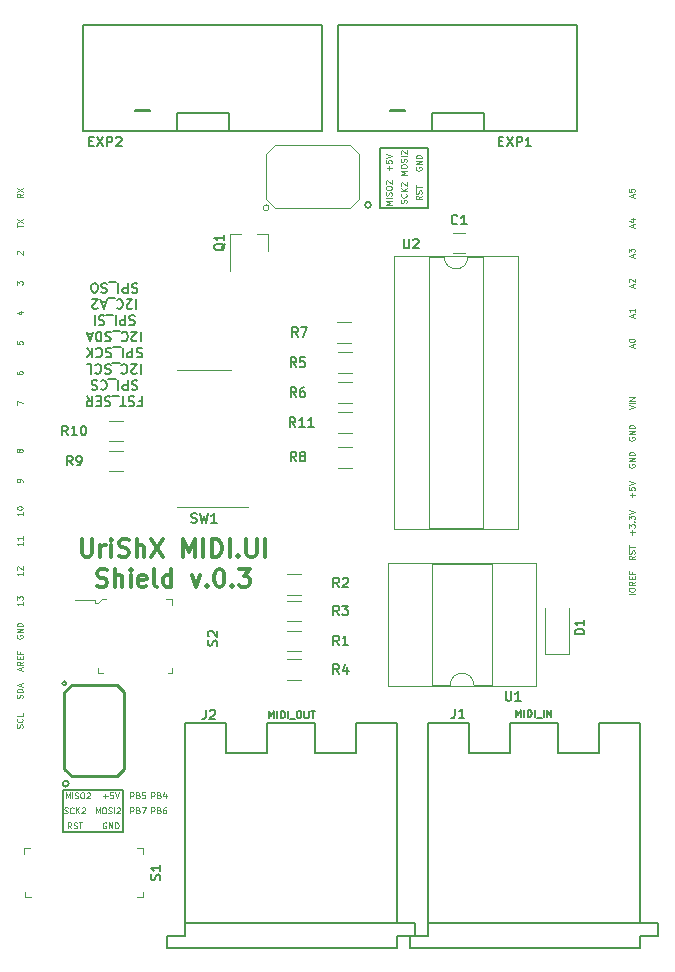
<source format=gto>
G04 #@! TF.FileFunction,Legend,Top*
%FSLAX46Y46*%
G04 Gerber Fmt 4.6, Leading zero omitted, Abs format (unit mm)*
G04 Created by KiCad (PCBNEW 4.0.7-e2-6376~58~ubuntu16.04.1) date Mon Aug 13 19:10:38 2018*
%MOMM*%
%LPD*%
G01*
G04 APERTURE LIST*
%ADD10C,0.100000*%
%ADD11C,0.300000*%
%ADD12C,0.152400*%
%ADD13C,0.203200*%
%ADD14C,0.120000*%
%ADD15C,0.150000*%
%ADD16C,0.254000*%
%ADD17C,0.127000*%
%ADD18C,0.075000*%
G04 APERTURE END LIST*
D10*
D11*
X154250000Y-79703571D02*
X154250000Y-80917857D01*
X154321428Y-81060714D01*
X154392857Y-81132143D01*
X154535714Y-81203571D01*
X154821428Y-81203571D01*
X154964286Y-81132143D01*
X155035714Y-81060714D01*
X155107143Y-80917857D01*
X155107143Y-79703571D01*
X155821429Y-81203571D02*
X155821429Y-80203571D01*
X155821429Y-80489286D02*
X155892857Y-80346429D01*
X155964286Y-80275000D01*
X156107143Y-80203571D01*
X156250000Y-80203571D01*
X156750000Y-81203571D02*
X156750000Y-80203571D01*
X156750000Y-79703571D02*
X156678571Y-79775000D01*
X156750000Y-79846429D01*
X156821428Y-79775000D01*
X156750000Y-79703571D01*
X156750000Y-79846429D01*
X157392857Y-81132143D02*
X157607143Y-81203571D01*
X157964286Y-81203571D01*
X158107143Y-81132143D01*
X158178572Y-81060714D01*
X158250000Y-80917857D01*
X158250000Y-80775000D01*
X158178572Y-80632143D01*
X158107143Y-80560714D01*
X157964286Y-80489286D01*
X157678572Y-80417857D01*
X157535714Y-80346429D01*
X157464286Y-80275000D01*
X157392857Y-80132143D01*
X157392857Y-79989286D01*
X157464286Y-79846429D01*
X157535714Y-79775000D01*
X157678572Y-79703571D01*
X158035714Y-79703571D01*
X158250000Y-79775000D01*
X158892857Y-81203571D02*
X158892857Y-79703571D01*
X159535714Y-81203571D02*
X159535714Y-80417857D01*
X159464285Y-80275000D01*
X159321428Y-80203571D01*
X159107143Y-80203571D01*
X158964285Y-80275000D01*
X158892857Y-80346429D01*
X160107143Y-79703571D02*
X161107143Y-81203571D01*
X161107143Y-79703571D02*
X160107143Y-81203571D01*
X162821428Y-81203571D02*
X162821428Y-79703571D01*
X163321428Y-80775000D01*
X163821428Y-79703571D01*
X163821428Y-81203571D01*
X164535714Y-81203571D02*
X164535714Y-79703571D01*
X165250000Y-81203571D02*
X165250000Y-79703571D01*
X165607143Y-79703571D01*
X165821428Y-79775000D01*
X165964286Y-79917857D01*
X166035714Y-80060714D01*
X166107143Y-80346429D01*
X166107143Y-80560714D01*
X166035714Y-80846429D01*
X165964286Y-80989286D01*
X165821428Y-81132143D01*
X165607143Y-81203571D01*
X165250000Y-81203571D01*
X166750000Y-81203571D02*
X166750000Y-79703571D01*
X167464286Y-81060714D02*
X167535714Y-81132143D01*
X167464286Y-81203571D01*
X167392857Y-81132143D01*
X167464286Y-81060714D01*
X167464286Y-81203571D01*
X168178572Y-79703571D02*
X168178572Y-80917857D01*
X168250000Y-81060714D01*
X168321429Y-81132143D01*
X168464286Y-81203571D01*
X168750000Y-81203571D01*
X168892858Y-81132143D01*
X168964286Y-81060714D01*
X169035715Y-80917857D01*
X169035715Y-79703571D01*
X169750001Y-81203571D02*
X169750001Y-79703571D01*
X155535715Y-83682143D02*
X155750001Y-83753571D01*
X156107144Y-83753571D01*
X156250001Y-83682143D01*
X156321430Y-83610714D01*
X156392858Y-83467857D01*
X156392858Y-83325000D01*
X156321430Y-83182143D01*
X156250001Y-83110714D01*
X156107144Y-83039286D01*
X155821430Y-82967857D01*
X155678572Y-82896429D01*
X155607144Y-82825000D01*
X155535715Y-82682143D01*
X155535715Y-82539286D01*
X155607144Y-82396429D01*
X155678572Y-82325000D01*
X155821430Y-82253571D01*
X156178572Y-82253571D01*
X156392858Y-82325000D01*
X157035715Y-83753571D02*
X157035715Y-82253571D01*
X157678572Y-83753571D02*
X157678572Y-82967857D01*
X157607143Y-82825000D01*
X157464286Y-82753571D01*
X157250001Y-82753571D01*
X157107143Y-82825000D01*
X157035715Y-82896429D01*
X158392858Y-83753571D02*
X158392858Y-82753571D01*
X158392858Y-82253571D02*
X158321429Y-82325000D01*
X158392858Y-82396429D01*
X158464286Y-82325000D01*
X158392858Y-82253571D01*
X158392858Y-82396429D01*
X159678572Y-83682143D02*
X159535715Y-83753571D01*
X159250001Y-83753571D01*
X159107144Y-83682143D01*
X159035715Y-83539286D01*
X159035715Y-82967857D01*
X159107144Y-82825000D01*
X159250001Y-82753571D01*
X159535715Y-82753571D01*
X159678572Y-82825000D01*
X159750001Y-82967857D01*
X159750001Y-83110714D01*
X159035715Y-83253571D01*
X160607144Y-83753571D02*
X160464286Y-83682143D01*
X160392858Y-83539286D01*
X160392858Y-82253571D01*
X161821429Y-83753571D02*
X161821429Y-82253571D01*
X161821429Y-83682143D02*
X161678572Y-83753571D01*
X161392858Y-83753571D01*
X161250000Y-83682143D01*
X161178572Y-83610714D01*
X161107143Y-83467857D01*
X161107143Y-83039286D01*
X161178572Y-82896429D01*
X161250000Y-82825000D01*
X161392858Y-82753571D01*
X161678572Y-82753571D01*
X161821429Y-82825000D01*
X163535715Y-82753571D02*
X163892858Y-83753571D01*
X164250000Y-82753571D01*
X164821429Y-83610714D02*
X164892857Y-83682143D01*
X164821429Y-83753571D01*
X164750000Y-83682143D01*
X164821429Y-83610714D01*
X164821429Y-83753571D01*
X165821429Y-82253571D02*
X165964286Y-82253571D01*
X166107143Y-82325000D01*
X166178572Y-82396429D01*
X166250001Y-82539286D01*
X166321429Y-82825000D01*
X166321429Y-83182143D01*
X166250001Y-83467857D01*
X166178572Y-83610714D01*
X166107143Y-83682143D01*
X165964286Y-83753571D01*
X165821429Y-83753571D01*
X165678572Y-83682143D01*
X165607143Y-83610714D01*
X165535715Y-83467857D01*
X165464286Y-83182143D01*
X165464286Y-82825000D01*
X165535715Y-82539286D01*
X165607143Y-82396429D01*
X165678572Y-82325000D01*
X165821429Y-82253571D01*
X166964286Y-83610714D02*
X167035714Y-83682143D01*
X166964286Y-83753571D01*
X166892857Y-83682143D01*
X166964286Y-83610714D01*
X166964286Y-83753571D01*
X167535715Y-82253571D02*
X168464286Y-82253571D01*
X167964286Y-82825000D01*
X168178572Y-82825000D01*
X168321429Y-82896429D01*
X168392858Y-82967857D01*
X168464286Y-83110714D01*
X168464286Y-83467857D01*
X168392858Y-83610714D01*
X168321429Y-83682143D01*
X168178572Y-83753571D01*
X167750000Y-83753571D01*
X167607143Y-83682143D01*
X167535715Y-83610714D01*
D12*
X159051352Y-68058657D02*
X159322285Y-68058657D01*
X159322285Y-67632905D02*
X159322285Y-68445705D01*
X158935238Y-68445705D01*
X158664304Y-67671610D02*
X158548190Y-67632905D01*
X158354666Y-67632905D01*
X158277256Y-67671610D01*
X158238552Y-67710314D01*
X158199847Y-67787724D01*
X158199847Y-67865133D01*
X158238552Y-67942543D01*
X158277256Y-67981248D01*
X158354666Y-68019952D01*
X158509485Y-68058657D01*
X158586894Y-68097362D01*
X158625599Y-68136067D01*
X158664304Y-68213476D01*
X158664304Y-68290886D01*
X158625599Y-68368295D01*
X158586894Y-68407000D01*
X158509485Y-68445705D01*
X158315961Y-68445705D01*
X158199847Y-68407000D01*
X157967618Y-68445705D02*
X157503161Y-68445705D01*
X157735390Y-67632905D02*
X157735390Y-68445705D01*
X157425752Y-67555495D02*
X156806476Y-67555495D01*
X156651657Y-67671610D02*
X156535543Y-67632905D01*
X156342019Y-67632905D01*
X156264609Y-67671610D01*
X156225905Y-67710314D01*
X156187200Y-67787724D01*
X156187200Y-67865133D01*
X156225905Y-67942543D01*
X156264609Y-67981248D01*
X156342019Y-68019952D01*
X156496838Y-68058657D01*
X156574247Y-68097362D01*
X156612952Y-68136067D01*
X156651657Y-68213476D01*
X156651657Y-68290886D01*
X156612952Y-68368295D01*
X156574247Y-68407000D01*
X156496838Y-68445705D01*
X156303314Y-68445705D01*
X156187200Y-68407000D01*
X155838857Y-68058657D02*
X155567924Y-68058657D01*
X155451810Y-67632905D02*
X155838857Y-67632905D01*
X155838857Y-68445705D01*
X155451810Y-68445705D01*
X154639010Y-67632905D02*
X154909943Y-68019952D01*
X155103467Y-67632905D02*
X155103467Y-68445705D01*
X154793829Y-68445705D01*
X154716420Y-68407000D01*
X154677715Y-68368295D01*
X154639010Y-68290886D01*
X154639010Y-68174771D01*
X154677715Y-68097362D01*
X154716420Y-68058657D01*
X154793829Y-68019952D01*
X155103467Y-68019952D01*
X158935238Y-66300010D02*
X158819124Y-66261305D01*
X158625600Y-66261305D01*
X158548190Y-66300010D01*
X158509486Y-66338714D01*
X158470781Y-66416124D01*
X158470781Y-66493533D01*
X158509486Y-66570943D01*
X158548190Y-66609648D01*
X158625600Y-66648352D01*
X158780419Y-66687057D01*
X158857828Y-66725762D01*
X158896533Y-66764467D01*
X158935238Y-66841876D01*
X158935238Y-66919286D01*
X158896533Y-66996695D01*
X158857828Y-67035400D01*
X158780419Y-67074105D01*
X158586895Y-67074105D01*
X158470781Y-67035400D01*
X158122438Y-66261305D02*
X158122438Y-67074105D01*
X157812800Y-67074105D01*
X157735391Y-67035400D01*
X157696686Y-66996695D01*
X157657981Y-66919286D01*
X157657981Y-66803171D01*
X157696686Y-66725762D01*
X157735391Y-66687057D01*
X157812800Y-66648352D01*
X158122438Y-66648352D01*
X157309638Y-66261305D02*
X157309638Y-67074105D01*
X157116114Y-66183895D02*
X156496838Y-66183895D01*
X155838857Y-66338714D02*
X155877562Y-66300010D01*
X155993676Y-66261305D01*
X156071086Y-66261305D01*
X156187200Y-66300010D01*
X156264609Y-66377419D01*
X156303314Y-66454829D01*
X156342019Y-66609648D01*
X156342019Y-66725762D01*
X156303314Y-66880581D01*
X156264609Y-66957990D01*
X156187200Y-67035400D01*
X156071086Y-67074105D01*
X155993676Y-67074105D01*
X155877562Y-67035400D01*
X155838857Y-66996695D01*
X155529219Y-66300010D02*
X155413105Y-66261305D01*
X155219581Y-66261305D01*
X155142171Y-66300010D01*
X155103467Y-66338714D01*
X155064762Y-66416124D01*
X155064762Y-66493533D01*
X155103467Y-66570943D01*
X155142171Y-66609648D01*
X155219581Y-66648352D01*
X155374400Y-66687057D01*
X155451809Y-66725762D01*
X155490514Y-66764467D01*
X155529219Y-66841876D01*
X155529219Y-66919286D01*
X155490514Y-66996695D01*
X155451809Y-67035400D01*
X155374400Y-67074105D01*
X155180876Y-67074105D01*
X155064762Y-67035400D01*
X159225523Y-64889705D02*
X159225523Y-65702505D01*
X158877180Y-65625095D02*
X158838475Y-65663800D01*
X158761066Y-65702505D01*
X158567542Y-65702505D01*
X158490132Y-65663800D01*
X158451428Y-65625095D01*
X158412723Y-65547686D01*
X158412723Y-65470276D01*
X158451428Y-65354162D01*
X158915885Y-64889705D01*
X158412723Y-64889705D01*
X157599923Y-64967114D02*
X157638628Y-64928410D01*
X157754742Y-64889705D01*
X157832152Y-64889705D01*
X157948266Y-64928410D01*
X158025675Y-65005819D01*
X158064380Y-65083229D01*
X158103085Y-65238048D01*
X158103085Y-65354162D01*
X158064380Y-65508981D01*
X158025675Y-65586390D01*
X157948266Y-65663800D01*
X157832152Y-65702505D01*
X157754742Y-65702505D01*
X157638628Y-65663800D01*
X157599923Y-65625095D01*
X157445104Y-64812295D02*
X156825828Y-64812295D01*
X156671009Y-64928410D02*
X156554895Y-64889705D01*
X156361371Y-64889705D01*
X156283961Y-64928410D01*
X156245257Y-64967114D01*
X156206552Y-65044524D01*
X156206552Y-65121933D01*
X156245257Y-65199343D01*
X156283961Y-65238048D01*
X156361371Y-65276752D01*
X156516190Y-65315457D01*
X156593599Y-65354162D01*
X156632304Y-65392867D01*
X156671009Y-65470276D01*
X156671009Y-65547686D01*
X156632304Y-65625095D01*
X156593599Y-65663800D01*
X156516190Y-65702505D01*
X156322666Y-65702505D01*
X156206552Y-65663800D01*
X155393752Y-64967114D02*
X155432457Y-64928410D01*
X155548571Y-64889705D01*
X155625981Y-64889705D01*
X155742095Y-64928410D01*
X155819504Y-65005819D01*
X155858209Y-65083229D01*
X155896914Y-65238048D01*
X155896914Y-65354162D01*
X155858209Y-65508981D01*
X155819504Y-65586390D01*
X155742095Y-65663800D01*
X155625981Y-65702505D01*
X155548571Y-65702505D01*
X155432457Y-65663800D01*
X155393752Y-65625095D01*
X154658362Y-64889705D02*
X155045409Y-64889705D01*
X155045409Y-65702505D01*
X159341638Y-63556810D02*
X159225524Y-63518105D01*
X159032000Y-63518105D01*
X158954590Y-63556810D01*
X158915886Y-63595514D01*
X158877181Y-63672924D01*
X158877181Y-63750333D01*
X158915886Y-63827743D01*
X158954590Y-63866448D01*
X159032000Y-63905152D01*
X159186819Y-63943857D01*
X159264228Y-63982562D01*
X159302933Y-64021267D01*
X159341638Y-64098676D01*
X159341638Y-64176086D01*
X159302933Y-64253495D01*
X159264228Y-64292200D01*
X159186819Y-64330905D01*
X158993295Y-64330905D01*
X158877181Y-64292200D01*
X158528838Y-63518105D02*
X158528838Y-64330905D01*
X158219200Y-64330905D01*
X158141791Y-64292200D01*
X158103086Y-64253495D01*
X158064381Y-64176086D01*
X158064381Y-64059971D01*
X158103086Y-63982562D01*
X158141791Y-63943857D01*
X158219200Y-63905152D01*
X158528838Y-63905152D01*
X157716038Y-63518105D02*
X157716038Y-64330905D01*
X157522514Y-63440695D02*
X156903238Y-63440695D01*
X156748419Y-63556810D02*
X156632305Y-63518105D01*
X156438781Y-63518105D01*
X156361371Y-63556810D01*
X156322667Y-63595514D01*
X156283962Y-63672924D01*
X156283962Y-63750333D01*
X156322667Y-63827743D01*
X156361371Y-63866448D01*
X156438781Y-63905152D01*
X156593600Y-63943857D01*
X156671009Y-63982562D01*
X156709714Y-64021267D01*
X156748419Y-64098676D01*
X156748419Y-64176086D01*
X156709714Y-64253495D01*
X156671009Y-64292200D01*
X156593600Y-64330905D01*
X156400076Y-64330905D01*
X156283962Y-64292200D01*
X155471162Y-63595514D02*
X155509867Y-63556810D01*
X155625981Y-63518105D01*
X155703391Y-63518105D01*
X155819505Y-63556810D01*
X155896914Y-63634219D01*
X155935619Y-63711629D01*
X155974324Y-63866448D01*
X155974324Y-63982562D01*
X155935619Y-64137381D01*
X155896914Y-64214790D01*
X155819505Y-64292200D01*
X155703391Y-64330905D01*
X155625981Y-64330905D01*
X155509867Y-64292200D01*
X155471162Y-64253495D01*
X155122819Y-63518105D02*
X155122819Y-64330905D01*
X154658362Y-63518105D02*
X155006705Y-63982562D01*
X154658362Y-64330905D02*
X155122819Y-63866448D01*
X159244876Y-62146505D02*
X159244876Y-62959305D01*
X158896533Y-62881895D02*
X158857828Y-62920600D01*
X158780419Y-62959305D01*
X158586895Y-62959305D01*
X158509485Y-62920600D01*
X158470781Y-62881895D01*
X158432076Y-62804486D01*
X158432076Y-62727076D01*
X158470781Y-62610962D01*
X158935238Y-62146505D01*
X158432076Y-62146505D01*
X157619276Y-62223914D02*
X157657981Y-62185210D01*
X157774095Y-62146505D01*
X157851505Y-62146505D01*
X157967619Y-62185210D01*
X158045028Y-62262619D01*
X158083733Y-62340029D01*
X158122438Y-62494848D01*
X158122438Y-62610962D01*
X158083733Y-62765781D01*
X158045028Y-62843190D01*
X157967619Y-62920600D01*
X157851505Y-62959305D01*
X157774095Y-62959305D01*
X157657981Y-62920600D01*
X157619276Y-62881895D01*
X157464457Y-62069095D02*
X156845181Y-62069095D01*
X156690362Y-62185210D02*
X156574248Y-62146505D01*
X156380724Y-62146505D01*
X156303314Y-62185210D01*
X156264610Y-62223914D01*
X156225905Y-62301324D01*
X156225905Y-62378733D01*
X156264610Y-62456143D01*
X156303314Y-62494848D01*
X156380724Y-62533552D01*
X156535543Y-62572257D01*
X156612952Y-62610962D01*
X156651657Y-62649667D01*
X156690362Y-62727076D01*
X156690362Y-62804486D01*
X156651657Y-62881895D01*
X156612952Y-62920600D01*
X156535543Y-62959305D01*
X156342019Y-62959305D01*
X156225905Y-62920600D01*
X155877562Y-62146505D02*
X155877562Y-62959305D01*
X155684038Y-62959305D01*
X155567924Y-62920600D01*
X155490515Y-62843190D01*
X155451810Y-62765781D01*
X155413105Y-62610962D01*
X155413105Y-62494848D01*
X155451810Y-62340029D01*
X155490515Y-62262619D01*
X155567924Y-62185210D01*
X155684038Y-62146505D01*
X155877562Y-62146505D01*
X155103467Y-62378733D02*
X154716419Y-62378733D01*
X155180876Y-62146505D02*
X154909943Y-62959305D01*
X154639010Y-62146505D01*
X158722362Y-60813610D02*
X158606248Y-60774905D01*
X158412724Y-60774905D01*
X158335314Y-60813610D01*
X158296610Y-60852314D01*
X158257905Y-60929724D01*
X158257905Y-61007133D01*
X158296610Y-61084543D01*
X158335314Y-61123248D01*
X158412724Y-61161952D01*
X158567543Y-61200657D01*
X158644952Y-61239362D01*
X158683657Y-61278067D01*
X158722362Y-61355476D01*
X158722362Y-61432886D01*
X158683657Y-61510295D01*
X158644952Y-61549000D01*
X158567543Y-61587705D01*
X158374019Y-61587705D01*
X158257905Y-61549000D01*
X157909562Y-60774905D02*
X157909562Y-61587705D01*
X157599924Y-61587705D01*
X157522515Y-61549000D01*
X157483810Y-61510295D01*
X157445105Y-61432886D01*
X157445105Y-61316771D01*
X157483810Y-61239362D01*
X157522515Y-61200657D01*
X157599924Y-61161952D01*
X157909562Y-61161952D01*
X157096762Y-60774905D02*
X157096762Y-61587705D01*
X156903238Y-60697495D02*
X156283962Y-60697495D01*
X156129143Y-60813610D02*
X156013029Y-60774905D01*
X155819505Y-60774905D01*
X155742095Y-60813610D01*
X155703391Y-60852314D01*
X155664686Y-60929724D01*
X155664686Y-61007133D01*
X155703391Y-61084543D01*
X155742095Y-61123248D01*
X155819505Y-61161952D01*
X155974324Y-61200657D01*
X156051733Y-61239362D01*
X156090438Y-61278067D01*
X156129143Y-61355476D01*
X156129143Y-61432886D01*
X156090438Y-61510295D01*
X156051733Y-61549000D01*
X155974324Y-61587705D01*
X155780800Y-61587705D01*
X155664686Y-61549000D01*
X155316343Y-60774905D02*
X155316343Y-61587705D01*
X158838476Y-59403305D02*
X158838476Y-60216105D01*
X158490133Y-60138695D02*
X158451428Y-60177400D01*
X158374019Y-60216105D01*
X158180495Y-60216105D01*
X158103085Y-60177400D01*
X158064381Y-60138695D01*
X158025676Y-60061286D01*
X158025676Y-59983876D01*
X158064381Y-59867762D01*
X158528838Y-59403305D01*
X158025676Y-59403305D01*
X157212876Y-59480714D02*
X157251581Y-59442010D01*
X157367695Y-59403305D01*
X157445105Y-59403305D01*
X157561219Y-59442010D01*
X157638628Y-59519419D01*
X157677333Y-59596829D01*
X157716038Y-59751648D01*
X157716038Y-59867762D01*
X157677333Y-60022581D01*
X157638628Y-60099990D01*
X157561219Y-60177400D01*
X157445105Y-60216105D01*
X157367695Y-60216105D01*
X157251581Y-60177400D01*
X157212876Y-60138695D01*
X157058057Y-59325895D02*
X156438781Y-59325895D01*
X156283962Y-59635533D02*
X155896914Y-59635533D01*
X156361371Y-59403305D02*
X156090438Y-60216105D01*
X155819505Y-59403305D01*
X155587276Y-60138695D02*
X155548571Y-60177400D01*
X155471162Y-60216105D01*
X155277638Y-60216105D01*
X155200228Y-60177400D01*
X155161524Y-60138695D01*
X155122819Y-60061286D01*
X155122819Y-59983876D01*
X155161524Y-59867762D01*
X155625981Y-59403305D01*
X155122819Y-59403305D01*
X158954590Y-58070410D02*
X158838476Y-58031705D01*
X158644952Y-58031705D01*
X158567542Y-58070410D01*
X158528838Y-58109114D01*
X158490133Y-58186524D01*
X158490133Y-58263933D01*
X158528838Y-58341343D01*
X158567542Y-58380048D01*
X158644952Y-58418752D01*
X158799771Y-58457457D01*
X158877180Y-58496162D01*
X158915885Y-58534867D01*
X158954590Y-58612276D01*
X158954590Y-58689686D01*
X158915885Y-58767095D01*
X158877180Y-58805800D01*
X158799771Y-58844505D01*
X158606247Y-58844505D01*
X158490133Y-58805800D01*
X158141790Y-58031705D02*
X158141790Y-58844505D01*
X157832152Y-58844505D01*
X157754743Y-58805800D01*
X157716038Y-58767095D01*
X157677333Y-58689686D01*
X157677333Y-58573571D01*
X157716038Y-58496162D01*
X157754743Y-58457457D01*
X157832152Y-58418752D01*
X158141790Y-58418752D01*
X157328990Y-58031705D02*
X157328990Y-58844505D01*
X157135466Y-57954295D02*
X156516190Y-57954295D01*
X156361371Y-58070410D02*
X156245257Y-58031705D01*
X156051733Y-58031705D01*
X155974323Y-58070410D01*
X155935619Y-58109114D01*
X155896914Y-58186524D01*
X155896914Y-58263933D01*
X155935619Y-58341343D01*
X155974323Y-58380048D01*
X156051733Y-58418752D01*
X156206552Y-58457457D01*
X156283961Y-58496162D01*
X156322666Y-58534867D01*
X156361371Y-58612276D01*
X156361371Y-58689686D01*
X156322666Y-58767095D01*
X156283961Y-58805800D01*
X156206552Y-58844505D01*
X156013028Y-58844505D01*
X155896914Y-58805800D01*
X155393752Y-58844505D02*
X155238933Y-58844505D01*
X155161524Y-58805800D01*
X155084114Y-58728390D01*
X155045409Y-58573571D01*
X155045409Y-58302638D01*
X155084114Y-58147819D01*
X155161524Y-58070410D01*
X155238933Y-58031705D01*
X155393752Y-58031705D01*
X155471162Y-58070410D01*
X155548571Y-58147819D01*
X155587276Y-58302638D01*
X155587276Y-58573571D01*
X155548571Y-58728390D01*
X155471162Y-58805800D01*
X155393752Y-58844505D01*
D13*
X158750000Y-43413680D02*
X160020000Y-43413680D01*
X154365960Y-36141660D02*
X174564040Y-36141660D01*
X174564040Y-45138340D02*
X166664640Y-45138340D01*
X166664640Y-45138340D02*
X162265360Y-45138340D01*
X162265360Y-45138340D02*
X154365960Y-45138340D01*
X154365960Y-45138340D02*
X154365960Y-36240720D01*
X174564040Y-36141660D02*
X174564040Y-45138340D01*
X162265360Y-45138340D02*
X162265360Y-43639740D01*
X162265360Y-43639740D02*
X166664640Y-43639740D01*
X166664640Y-43639740D02*
X166664640Y-45138340D01*
X158750000Y-43451780D02*
X160020000Y-43451780D01*
D14*
X168292000Y-76958500D02*
X162342000Y-76958500D01*
X166842000Y-65408500D02*
X162342000Y-65408500D01*
X185682000Y-55460000D02*
X186682000Y-55460000D01*
X186682000Y-53760000D02*
X185682000Y-53760000D01*
X193500500Y-89435500D02*
X195500500Y-89435500D01*
X195500500Y-89435500D02*
X195500500Y-85535500D01*
X193500500Y-89435500D02*
X193500500Y-85535500D01*
X172812000Y-89208500D02*
X171612000Y-89208500D01*
X171612000Y-87448500D02*
X172812000Y-87448500D01*
X171612000Y-82686000D02*
X172812000Y-82686000D01*
X172812000Y-84446000D02*
X171612000Y-84446000D01*
X171612000Y-84908500D02*
X172812000Y-84908500D01*
X172812000Y-86668500D02*
X171612000Y-86668500D01*
X171612000Y-89861500D02*
X172812000Y-89861500D01*
X172812000Y-91621500D02*
X171612000Y-91621500D01*
X175930000Y-63890000D02*
X177130000Y-63890000D01*
X177130000Y-65650000D02*
X175930000Y-65650000D01*
X175930000Y-66430000D02*
X177130000Y-66430000D01*
X177130000Y-68190000D02*
X175930000Y-68190000D01*
X177066500Y-63110000D02*
X175866500Y-63110000D01*
X175866500Y-61350000D02*
X177066500Y-61350000D01*
X177130000Y-73651000D02*
X175930000Y-73651000D01*
X175930000Y-71891000D02*
X177130000Y-71891000D01*
D10*
X155975000Y-84759000D02*
X156275000Y-84759000D01*
X155975000Y-84759000D02*
X155625000Y-85084000D01*
X155625000Y-85084000D02*
X155325000Y-85084000D01*
X155325000Y-85084000D02*
X155325000Y-84859000D01*
X155325000Y-84859000D02*
X153675000Y-84859000D01*
X161875000Y-85309000D02*
X161875000Y-84759000D01*
X161875000Y-84759000D02*
X161375000Y-84759000D01*
X156025000Y-91009000D02*
X155625000Y-91009000D01*
X155625000Y-91009000D02*
X155625000Y-90609000D01*
X161875000Y-90634000D02*
X161875000Y-91009000D01*
X161875000Y-91009000D02*
X161500000Y-91009000D01*
D14*
X157746000Y-73968500D02*
X156546000Y-73968500D01*
X156546000Y-72208500D02*
X157746000Y-72208500D01*
X157746000Y-71428500D02*
X156546000Y-71428500D01*
X156546000Y-69668500D02*
X157746000Y-69668500D01*
D13*
X180340000Y-43413680D02*
X181610000Y-43413680D01*
X175955960Y-36141660D02*
X196154040Y-36141660D01*
X196154040Y-45138340D02*
X188254640Y-45138340D01*
X188254640Y-45138340D02*
X183855360Y-45138340D01*
X183855360Y-45138340D02*
X175955960Y-45138340D01*
X175955960Y-45138340D02*
X175955960Y-36240720D01*
X196154040Y-36141660D02*
X196154040Y-45138340D01*
X183855360Y-45138340D02*
X183855360Y-43639740D01*
X183855360Y-43639740D02*
X188254640Y-43639740D01*
X188254640Y-43639740D02*
X188254640Y-45138340D01*
X180340000Y-43451780D02*
X181610000Y-43451780D01*
X182034180Y-114300000D02*
X201531220Y-114300000D01*
X203029820Y-113301780D02*
X203029820Y-112201960D01*
X203029820Y-112201960D02*
X201531220Y-112201960D01*
X201531220Y-112201960D02*
X201531220Y-95300800D01*
X201531220Y-95300800D02*
X198031100Y-95300800D01*
X194530980Y-95300800D02*
X190533020Y-95300800D01*
X187032900Y-95300800D02*
X183532780Y-95300800D01*
X183532780Y-95300800D02*
X183532780Y-112201960D01*
X182034180Y-113301780D02*
X182034180Y-114300000D01*
X183532780Y-112201960D02*
X201531220Y-112201960D01*
X201531220Y-114300000D02*
X201531220Y-113301780D01*
X201531220Y-113301780D02*
X203029820Y-113301780D01*
X183532780Y-112301020D02*
X183532780Y-113301780D01*
X183532780Y-113301780D02*
X182034180Y-113301780D01*
X198031100Y-97800160D02*
X194530980Y-97800160D01*
X190533020Y-97800160D02*
X187032900Y-97800160D01*
X187032900Y-95300800D02*
X187032900Y-97800160D01*
X198031100Y-95300800D02*
X198031100Y-97800160D01*
X194530980Y-95300800D02*
X194530980Y-97800160D01*
X190533020Y-95300800D02*
X190533020Y-97800160D01*
X161460180Y-114300000D02*
X180957220Y-114300000D01*
X182455820Y-113301780D02*
X182455820Y-112201960D01*
X182455820Y-112201960D02*
X180957220Y-112201960D01*
X180957220Y-112201960D02*
X180957220Y-95300800D01*
X180957220Y-95300800D02*
X177457100Y-95300800D01*
X173956980Y-95300800D02*
X169959020Y-95300800D01*
X166458900Y-95300800D02*
X162958780Y-95300800D01*
X162958780Y-95300800D02*
X162958780Y-112201960D01*
X161460180Y-113301780D02*
X161460180Y-114300000D01*
X162958780Y-112201960D02*
X180957220Y-112201960D01*
X180957220Y-114300000D02*
X180957220Y-113301780D01*
X180957220Y-113301780D02*
X182455820Y-113301780D01*
X162958780Y-112301020D02*
X162958780Y-113301780D01*
X162958780Y-113301780D02*
X161460180Y-113301780D01*
X177457100Y-97800160D02*
X173956980Y-97800160D01*
X169959020Y-97800160D02*
X166458900Y-97800160D01*
X166458900Y-95300800D02*
X166458900Y-97800160D01*
X177457100Y-95300800D02*
X177457100Y-97800160D01*
X173956980Y-95300800D02*
X173956980Y-97800160D01*
X169959020Y-95300800D02*
X169959020Y-97800160D01*
D14*
X169982000Y-53850000D02*
X169052000Y-53850000D01*
X166822000Y-53850000D02*
X167752000Y-53850000D01*
X166822000Y-53850000D02*
X166822000Y-57010000D01*
X169982000Y-53850000D02*
X169982000Y-55310000D01*
X177130000Y-70730000D02*
X175930000Y-70730000D01*
X175930000Y-68970000D02*
X177130000Y-68970000D01*
X185436000Y-92071500D02*
G75*
G02X187436000Y-92071500I1000000J0D01*
G01*
X187436000Y-92071500D02*
X188971000Y-92071500D01*
X188971000Y-92071500D02*
X188971000Y-81791500D01*
X188971000Y-81791500D02*
X183901000Y-81791500D01*
X183901000Y-81791500D02*
X183901000Y-92071500D01*
X183901000Y-92071500D02*
X185436000Y-92071500D01*
X192671000Y-92131500D02*
X192671000Y-81731500D01*
X192671000Y-81731500D02*
X180201000Y-81731500D01*
X180201000Y-81731500D02*
X180201000Y-92131500D01*
X180201000Y-92131500D02*
X192671000Y-92131500D01*
X186928000Y-55820000D02*
G75*
G02X184928000Y-55820000I-1000000J0D01*
G01*
X184928000Y-55820000D02*
X183678000Y-55820000D01*
X183678000Y-55820000D02*
X183678000Y-78800000D01*
X183678000Y-78800000D02*
X188178000Y-78800000D01*
X188178000Y-78800000D02*
X188178000Y-55820000D01*
X188178000Y-55820000D02*
X186928000Y-55820000D01*
X180678000Y-55760000D02*
X180678000Y-78860000D01*
X180678000Y-78860000D02*
X191178000Y-78860000D01*
X191178000Y-78860000D02*
X191178000Y-55760000D01*
X191178000Y-55760000D02*
X180678000Y-55760000D01*
D10*
X159430000Y-110050000D02*
X158930000Y-110050000D01*
X159430000Y-110050000D02*
X159430000Y-109550000D01*
X149435000Y-110050000D02*
X149935000Y-110050000D01*
X149435000Y-110050000D02*
X149435000Y-109550000D01*
X149371500Y-105850000D02*
X149871500Y-105850000D01*
X149371500Y-105850000D02*
X149371500Y-106350000D01*
X159430000Y-105850000D02*
X159430000Y-106350000D01*
X159430000Y-105850000D02*
X158930000Y-105850000D01*
D15*
X183556000Y-46580000D02*
X179492000Y-46580000D01*
X183556000Y-51660000D02*
X183556000Y-46580000D01*
X179492000Y-46580000D02*
X179492000Y-51660000D01*
X183556000Y-51660000D02*
X179492000Y-51660000D01*
X178730000Y-51406000D02*
G75*
G03X178730000Y-51406000I-254000J0D01*
G01*
D10*
X170094000Y-51660000D02*
G75*
G03X170094000Y-51660000I-254000J0D01*
G01*
X170856000Y-51660000D02*
X170602000Y-51660000D01*
X170602000Y-51660000D02*
X169840000Y-50898000D01*
X169840000Y-50898000D02*
X169840000Y-50644000D01*
X169840000Y-47088000D02*
X170602000Y-46326000D01*
X170602000Y-46326000D02*
X176952000Y-46326000D01*
X176952000Y-46326000D02*
X177714000Y-47088000D01*
X177714000Y-47088000D02*
X177714000Y-50898000D01*
X177714000Y-50898000D02*
X176952000Y-51660000D01*
X176952000Y-51660000D02*
X170856000Y-51660000D01*
X169840000Y-47088000D02*
X169840000Y-50644000D01*
D15*
X153130000Y-100420000D02*
G75*
G03X153130000Y-100420000I-254000J0D01*
G01*
X157702000Y-104484000D02*
X152622000Y-104484000D01*
X152622000Y-100928000D02*
X152622000Y-104484000D01*
X157702000Y-104484000D02*
X157702000Y-100928000D01*
X157702000Y-100928000D02*
X152622000Y-100928000D01*
X152938105Y-91919000D02*
G75*
G03X152938105Y-91919000I-179605J0D01*
G01*
D16*
X153393500Y-92046000D02*
X157203500Y-92046000D01*
X152758500Y-99158000D02*
X152758500Y-92681000D01*
X152758500Y-92681000D02*
X153393500Y-92046000D01*
X157203500Y-92046000D02*
X157838500Y-92681000D01*
X157838500Y-92681000D02*
X157838500Y-99158000D01*
X157838500Y-99158000D02*
X157203500Y-99793000D01*
X157203500Y-99793000D02*
X153393500Y-99793000D01*
X153393500Y-99793000D02*
X152758500Y-99158000D01*
D12*
X154855334Y-46042943D02*
X155126267Y-46042943D01*
X155242381Y-46468695D02*
X154855334Y-46468695D01*
X154855334Y-45655895D01*
X155242381Y-45655895D01*
X155513314Y-45655895D02*
X156055181Y-46468695D01*
X156055181Y-45655895D02*
X155513314Y-46468695D01*
X156364819Y-46468695D02*
X156364819Y-45655895D01*
X156674457Y-45655895D01*
X156751866Y-45694600D01*
X156790571Y-45733305D01*
X156829276Y-45810714D01*
X156829276Y-45926829D01*
X156790571Y-46004238D01*
X156751866Y-46042943D01*
X156674457Y-46081648D01*
X156364819Y-46081648D01*
X157138914Y-45733305D02*
X157177619Y-45694600D01*
X157255028Y-45655895D01*
X157448552Y-45655895D01*
X157525962Y-45694600D01*
X157564666Y-45733305D01*
X157603371Y-45810714D01*
X157603371Y-45888124D01*
X157564666Y-46004238D01*
X157100209Y-46468695D01*
X157603371Y-46468695D01*
X163508267Y-78287490D02*
X163624381Y-78326195D01*
X163817905Y-78326195D01*
X163895315Y-78287490D01*
X163934019Y-78248786D01*
X163972724Y-78171376D01*
X163972724Y-78093967D01*
X163934019Y-78016557D01*
X163895315Y-77977852D01*
X163817905Y-77939148D01*
X163663086Y-77900443D01*
X163585677Y-77861738D01*
X163546972Y-77823033D01*
X163508267Y-77745624D01*
X163508267Y-77668214D01*
X163546972Y-77590805D01*
X163585677Y-77552100D01*
X163663086Y-77513395D01*
X163856610Y-77513395D01*
X163972724Y-77552100D01*
X164243657Y-77513395D02*
X164437181Y-78326195D01*
X164592000Y-77745624D01*
X164746819Y-78326195D01*
X164940343Y-77513395D01*
X165675733Y-78326195D02*
X165211276Y-78326195D01*
X165443505Y-78326195D02*
X165443505Y-77513395D01*
X165366095Y-77629510D01*
X165288686Y-77706919D01*
X165211276Y-77745624D01*
X186046534Y-52995286D02*
X186007829Y-53033990D01*
X185891715Y-53072695D01*
X185814305Y-53072695D01*
X185698191Y-53033990D01*
X185620782Y-52956581D01*
X185582077Y-52879171D01*
X185543372Y-52724352D01*
X185543372Y-52608238D01*
X185582077Y-52453419D01*
X185620782Y-52376010D01*
X185698191Y-52298600D01*
X185814305Y-52259895D01*
X185891715Y-52259895D01*
X186007829Y-52298600D01*
X186046534Y-52337305D01*
X186820629Y-53072695D02*
X186356172Y-53072695D01*
X186588401Y-53072695D02*
X186588401Y-52259895D01*
X186510991Y-52376010D01*
X186433582Y-52453419D01*
X186356172Y-52492124D01*
X196773195Y-87785423D02*
X195960395Y-87785423D01*
X195960395Y-87591899D01*
X195999100Y-87475785D01*
X196076510Y-87398376D01*
X196153919Y-87359671D01*
X196308738Y-87320966D01*
X196424852Y-87320966D01*
X196579671Y-87359671D01*
X196657081Y-87398376D01*
X196734490Y-87475785D01*
X196773195Y-87591899D01*
X196773195Y-87785423D01*
X196773195Y-86546871D02*
X196773195Y-87011328D01*
X196773195Y-86779099D02*
X195960395Y-86779099D01*
X196076510Y-86856509D01*
X196153919Y-86933918D01*
X196192624Y-87011328D01*
X176013534Y-88696195D02*
X175742601Y-88309148D01*
X175549077Y-88696195D02*
X175549077Y-87883395D01*
X175858715Y-87883395D01*
X175936124Y-87922100D01*
X175974829Y-87960805D01*
X176013534Y-88038214D01*
X176013534Y-88154329D01*
X175974829Y-88231738D01*
X175936124Y-88270443D01*
X175858715Y-88309148D01*
X175549077Y-88309148D01*
X176787629Y-88696195D02*
X176323172Y-88696195D01*
X176555401Y-88696195D02*
X176555401Y-87883395D01*
X176477991Y-87999510D01*
X176400582Y-88076919D01*
X176323172Y-88115624D01*
X176013534Y-83806695D02*
X175742601Y-83419648D01*
X175549077Y-83806695D02*
X175549077Y-82993895D01*
X175858715Y-82993895D01*
X175936124Y-83032600D01*
X175974829Y-83071305D01*
X176013534Y-83148714D01*
X176013534Y-83264829D01*
X175974829Y-83342238D01*
X175936124Y-83380943D01*
X175858715Y-83419648D01*
X175549077Y-83419648D01*
X176323172Y-83071305D02*
X176361877Y-83032600D01*
X176439286Y-82993895D01*
X176632810Y-82993895D01*
X176710220Y-83032600D01*
X176748924Y-83071305D01*
X176787629Y-83148714D01*
X176787629Y-83226124D01*
X176748924Y-83342238D01*
X176284467Y-83806695D01*
X176787629Y-83806695D01*
X176013534Y-86156195D02*
X175742601Y-85769148D01*
X175549077Y-86156195D02*
X175549077Y-85343395D01*
X175858715Y-85343395D01*
X175936124Y-85382100D01*
X175974829Y-85420805D01*
X176013534Y-85498214D01*
X176013534Y-85614329D01*
X175974829Y-85691738D01*
X175936124Y-85730443D01*
X175858715Y-85769148D01*
X175549077Y-85769148D01*
X176284467Y-85343395D02*
X176787629Y-85343395D01*
X176516696Y-85653033D01*
X176632810Y-85653033D01*
X176710220Y-85691738D01*
X176748924Y-85730443D01*
X176787629Y-85807852D01*
X176787629Y-86001376D01*
X176748924Y-86078786D01*
X176710220Y-86117490D01*
X176632810Y-86156195D01*
X176400582Y-86156195D01*
X176323172Y-86117490D01*
X176284467Y-86078786D01*
X176013534Y-91109195D02*
X175742601Y-90722148D01*
X175549077Y-91109195D02*
X175549077Y-90296395D01*
X175858715Y-90296395D01*
X175936124Y-90335100D01*
X175974829Y-90373805D01*
X176013534Y-90451214D01*
X176013534Y-90567329D01*
X175974829Y-90644738D01*
X175936124Y-90683443D01*
X175858715Y-90722148D01*
X175549077Y-90722148D01*
X176710220Y-90567329D02*
X176710220Y-91109195D01*
X176516696Y-90257690D02*
X176323172Y-90838262D01*
X176826334Y-90838262D01*
X172394034Y-65137695D02*
X172123101Y-64750648D01*
X171929577Y-65137695D02*
X171929577Y-64324895D01*
X172239215Y-64324895D01*
X172316624Y-64363600D01*
X172355329Y-64402305D01*
X172394034Y-64479714D01*
X172394034Y-64595829D01*
X172355329Y-64673238D01*
X172316624Y-64711943D01*
X172239215Y-64750648D01*
X171929577Y-64750648D01*
X173129424Y-64324895D02*
X172742377Y-64324895D01*
X172703672Y-64711943D01*
X172742377Y-64673238D01*
X172819786Y-64634533D01*
X173013310Y-64634533D01*
X173090720Y-64673238D01*
X173129424Y-64711943D01*
X173168129Y-64789352D01*
X173168129Y-64982876D01*
X173129424Y-65060286D01*
X173090720Y-65098990D01*
X173013310Y-65137695D01*
X172819786Y-65137695D01*
X172742377Y-65098990D01*
X172703672Y-65060286D01*
X172394034Y-67677695D02*
X172123101Y-67290648D01*
X171929577Y-67677695D02*
X171929577Y-66864895D01*
X172239215Y-66864895D01*
X172316624Y-66903600D01*
X172355329Y-66942305D01*
X172394034Y-67019714D01*
X172394034Y-67135829D01*
X172355329Y-67213238D01*
X172316624Y-67251943D01*
X172239215Y-67290648D01*
X171929577Y-67290648D01*
X173090720Y-66864895D02*
X172935901Y-66864895D01*
X172858491Y-66903600D01*
X172819786Y-66942305D01*
X172742377Y-67058419D01*
X172703672Y-67213238D01*
X172703672Y-67522876D01*
X172742377Y-67600286D01*
X172781082Y-67638990D01*
X172858491Y-67677695D01*
X173013310Y-67677695D01*
X173090720Y-67638990D01*
X173129424Y-67600286D01*
X173168129Y-67522876D01*
X173168129Y-67329352D01*
X173129424Y-67251943D01*
X173090720Y-67213238D01*
X173013310Y-67174533D01*
X172858491Y-67174533D01*
X172781082Y-67213238D01*
X172742377Y-67251943D01*
X172703672Y-67329352D01*
X172521034Y-62597695D02*
X172250101Y-62210648D01*
X172056577Y-62597695D02*
X172056577Y-61784895D01*
X172366215Y-61784895D01*
X172443624Y-61823600D01*
X172482329Y-61862305D01*
X172521034Y-61939714D01*
X172521034Y-62055829D01*
X172482329Y-62133238D01*
X172443624Y-62171943D01*
X172366215Y-62210648D01*
X172056577Y-62210648D01*
X172791967Y-61784895D02*
X173333834Y-61784895D01*
X172985491Y-62597695D01*
X172394034Y-73138695D02*
X172123101Y-72751648D01*
X171929577Y-73138695D02*
X171929577Y-72325895D01*
X172239215Y-72325895D01*
X172316624Y-72364600D01*
X172355329Y-72403305D01*
X172394034Y-72480714D01*
X172394034Y-72596829D01*
X172355329Y-72674238D01*
X172316624Y-72712943D01*
X172239215Y-72751648D01*
X171929577Y-72751648D01*
X172858491Y-72674238D02*
X172781082Y-72635533D01*
X172742377Y-72596829D01*
X172703672Y-72519419D01*
X172703672Y-72480714D01*
X172742377Y-72403305D01*
X172781082Y-72364600D01*
X172858491Y-72325895D01*
X173013310Y-72325895D01*
X173090720Y-72364600D01*
X173129424Y-72403305D01*
X173168129Y-72480714D01*
X173168129Y-72519419D01*
X173129424Y-72596829D01*
X173090720Y-72635533D01*
X173013310Y-72674238D01*
X172858491Y-72674238D01*
X172781082Y-72712943D01*
X172742377Y-72751648D01*
X172703672Y-72829057D01*
X172703672Y-72983876D01*
X172742377Y-73061286D01*
X172781082Y-73099990D01*
X172858491Y-73138695D01*
X173013310Y-73138695D01*
X173090720Y-73099990D01*
X173129424Y-73061286D01*
X173168129Y-72983876D01*
X173168129Y-72829057D01*
X173129424Y-72751648D01*
X173090720Y-72712943D01*
X173013310Y-72674238D01*
X165678990Y-88728276D02*
X165717695Y-88612162D01*
X165717695Y-88418638D01*
X165678990Y-88341228D01*
X165640286Y-88302524D01*
X165562876Y-88263819D01*
X165485467Y-88263819D01*
X165408057Y-88302524D01*
X165369352Y-88341228D01*
X165330648Y-88418638D01*
X165291943Y-88573457D01*
X165253238Y-88650866D01*
X165214533Y-88689571D01*
X165137124Y-88728276D01*
X165059714Y-88728276D01*
X164982305Y-88689571D01*
X164943600Y-88650866D01*
X164904895Y-88573457D01*
X164904895Y-88379933D01*
X164943600Y-88263819D01*
X164982305Y-87954181D02*
X164943600Y-87915476D01*
X164904895Y-87838067D01*
X164904895Y-87644543D01*
X164943600Y-87567133D01*
X164982305Y-87528429D01*
X165059714Y-87489724D01*
X165137124Y-87489724D01*
X165253238Y-87528429D01*
X165717695Y-87992886D01*
X165717695Y-87489724D01*
X153454534Y-73456195D02*
X153183601Y-73069148D01*
X152990077Y-73456195D02*
X152990077Y-72643395D01*
X153299715Y-72643395D01*
X153377124Y-72682100D01*
X153415829Y-72720805D01*
X153454534Y-72798214D01*
X153454534Y-72914329D01*
X153415829Y-72991738D01*
X153377124Y-73030443D01*
X153299715Y-73069148D01*
X152990077Y-73069148D01*
X153841582Y-73456195D02*
X153996401Y-73456195D01*
X154073810Y-73417490D01*
X154112515Y-73378786D01*
X154189924Y-73262671D01*
X154228629Y-73107852D01*
X154228629Y-72798214D01*
X154189924Y-72720805D01*
X154151220Y-72682100D01*
X154073810Y-72643395D01*
X153918991Y-72643395D01*
X153841582Y-72682100D01*
X153802877Y-72720805D01*
X153764172Y-72798214D01*
X153764172Y-72991738D01*
X153802877Y-73069148D01*
X153841582Y-73107852D01*
X153918991Y-73146557D01*
X154073810Y-73146557D01*
X154151220Y-73107852D01*
X154189924Y-73069148D01*
X154228629Y-72991738D01*
X153067486Y-70916195D02*
X152796553Y-70529148D01*
X152603029Y-70916195D02*
X152603029Y-70103395D01*
X152912667Y-70103395D01*
X152990076Y-70142100D01*
X153028781Y-70180805D01*
X153067486Y-70258214D01*
X153067486Y-70374329D01*
X153028781Y-70451738D01*
X152990076Y-70490443D01*
X152912667Y-70529148D01*
X152603029Y-70529148D01*
X153841581Y-70916195D02*
X153377124Y-70916195D01*
X153609353Y-70916195D02*
X153609353Y-70103395D01*
X153531943Y-70219510D01*
X153454534Y-70296919D01*
X153377124Y-70335624D01*
X154344743Y-70103395D02*
X154422152Y-70103395D01*
X154499562Y-70142100D01*
X154538267Y-70180805D01*
X154576971Y-70258214D01*
X154615676Y-70413033D01*
X154615676Y-70606557D01*
X154576971Y-70761376D01*
X154538267Y-70838786D01*
X154499562Y-70877490D01*
X154422152Y-70916195D01*
X154344743Y-70916195D01*
X154267333Y-70877490D01*
X154228629Y-70838786D01*
X154189924Y-70761376D01*
X154151219Y-70606557D01*
X154151219Y-70413033D01*
X154189924Y-70258214D01*
X154228629Y-70180805D01*
X154267333Y-70142100D01*
X154344743Y-70103395D01*
X189545334Y-46041943D02*
X189816267Y-46041943D01*
X189932381Y-46467695D02*
X189545334Y-46467695D01*
X189545334Y-45654895D01*
X189932381Y-45654895D01*
X190203314Y-45654895D02*
X190745181Y-46467695D01*
X190745181Y-45654895D02*
X190203314Y-46467695D01*
X191054819Y-46467695D02*
X191054819Y-45654895D01*
X191364457Y-45654895D01*
X191441866Y-45693600D01*
X191480571Y-45732305D01*
X191519276Y-45809714D01*
X191519276Y-45925829D01*
X191480571Y-46003238D01*
X191441866Y-46041943D01*
X191364457Y-46080648D01*
X191054819Y-46080648D01*
X192293371Y-46467695D02*
X191828914Y-46467695D01*
X192061143Y-46467695D02*
X192061143Y-45654895D01*
X191983733Y-45771010D01*
X191906324Y-45848419D01*
X191828914Y-45887124D01*
X185829067Y-94054895D02*
X185829067Y-94635467D01*
X185790363Y-94751581D01*
X185712953Y-94828990D01*
X185596839Y-94867695D01*
X185519429Y-94867695D01*
X186641867Y-94867695D02*
X186177410Y-94867695D01*
X186409639Y-94867695D02*
X186409639Y-94054895D01*
X186332229Y-94171010D01*
X186254820Y-94248419D01*
X186177410Y-94287124D01*
D17*
X191005028Y-94775771D02*
X191005028Y-94166171D01*
X191208228Y-94601600D01*
X191411428Y-94166171D01*
X191411428Y-94775771D01*
X191701714Y-94775771D02*
X191701714Y-94166171D01*
X191992000Y-94775771D02*
X191992000Y-94166171D01*
X192137143Y-94166171D01*
X192224228Y-94195200D01*
X192282286Y-94253257D01*
X192311314Y-94311314D01*
X192340343Y-94427429D01*
X192340343Y-94514514D01*
X192311314Y-94630629D01*
X192282286Y-94688686D01*
X192224228Y-94746743D01*
X192137143Y-94775771D01*
X191992000Y-94775771D01*
X192601600Y-94775771D02*
X192601600Y-94166171D01*
X192746743Y-94833829D02*
X193211200Y-94833829D01*
X193356343Y-94775771D02*
X193356343Y-94166171D01*
X193646629Y-94775771D02*
X193646629Y-94166171D01*
X193994972Y-94775771D01*
X193994972Y-94166171D01*
D12*
X164729067Y-94154895D02*
X164729067Y-94735467D01*
X164690363Y-94851581D01*
X164612953Y-94928990D01*
X164496839Y-94967695D01*
X164419429Y-94967695D01*
X165077410Y-94232305D02*
X165116115Y-94193600D01*
X165193524Y-94154895D01*
X165387048Y-94154895D01*
X165464458Y-94193600D01*
X165503162Y-94232305D01*
X165541867Y-94309714D01*
X165541867Y-94387124D01*
X165503162Y-94503238D01*
X165038705Y-94967695D01*
X165541867Y-94967695D01*
D17*
X170098628Y-94875771D02*
X170098628Y-94266171D01*
X170301828Y-94701600D01*
X170505028Y-94266171D01*
X170505028Y-94875771D01*
X170795314Y-94875771D02*
X170795314Y-94266171D01*
X171085600Y-94875771D02*
X171085600Y-94266171D01*
X171230743Y-94266171D01*
X171317828Y-94295200D01*
X171375886Y-94353257D01*
X171404914Y-94411314D01*
X171433943Y-94527429D01*
X171433943Y-94614514D01*
X171404914Y-94730629D01*
X171375886Y-94788686D01*
X171317828Y-94846743D01*
X171230743Y-94875771D01*
X171085600Y-94875771D01*
X171695200Y-94875771D02*
X171695200Y-94266171D01*
X171840343Y-94933829D02*
X172304800Y-94933829D01*
X172566057Y-94266171D02*
X172682171Y-94266171D01*
X172740229Y-94295200D01*
X172798286Y-94353257D01*
X172827314Y-94469371D01*
X172827314Y-94672571D01*
X172798286Y-94788686D01*
X172740229Y-94846743D01*
X172682171Y-94875771D01*
X172566057Y-94875771D01*
X172508000Y-94846743D01*
X172449943Y-94788686D01*
X172420914Y-94672571D01*
X172420914Y-94469371D01*
X172449943Y-94353257D01*
X172508000Y-94295200D01*
X172566057Y-94266171D01*
X173088572Y-94266171D02*
X173088572Y-94759657D01*
X173117600Y-94817714D01*
X173146629Y-94846743D01*
X173204686Y-94875771D01*
X173320800Y-94875771D01*
X173378858Y-94846743D01*
X173407886Y-94817714D01*
X173436915Y-94759657D01*
X173436915Y-94266171D01*
X173640115Y-94266171D02*
X173988458Y-94266171D01*
X173814287Y-94875771D02*
X173814287Y-94266171D01*
D12*
X166347105Y-54687410D02*
X166308400Y-54764819D01*
X166230990Y-54842229D01*
X166114876Y-54958343D01*
X166076171Y-55035752D01*
X166076171Y-55113162D01*
X166269695Y-55074457D02*
X166230990Y-55151867D01*
X166153581Y-55229276D01*
X165998762Y-55267981D01*
X165727829Y-55267981D01*
X165573010Y-55229276D01*
X165495600Y-55151867D01*
X165456895Y-55074457D01*
X165456895Y-54919638D01*
X165495600Y-54842229D01*
X165573010Y-54764819D01*
X165727829Y-54726114D01*
X165998762Y-54726114D01*
X166153581Y-54764819D01*
X166230990Y-54842229D01*
X166269695Y-54919638D01*
X166269695Y-55074457D01*
X166269695Y-53952019D02*
X166269695Y-54416476D01*
X166269695Y-54184247D02*
X165456895Y-54184247D01*
X165573010Y-54261657D01*
X165650419Y-54339066D01*
X165689124Y-54416476D01*
X172324486Y-70217695D02*
X172053553Y-69830648D01*
X171860029Y-70217695D02*
X171860029Y-69404895D01*
X172169667Y-69404895D01*
X172247076Y-69443600D01*
X172285781Y-69482305D01*
X172324486Y-69559714D01*
X172324486Y-69675829D01*
X172285781Y-69753238D01*
X172247076Y-69791943D01*
X172169667Y-69830648D01*
X171860029Y-69830648D01*
X173098581Y-70217695D02*
X172634124Y-70217695D01*
X172866353Y-70217695D02*
X172866353Y-69404895D01*
X172788943Y-69521010D01*
X172711534Y-69598419D01*
X172634124Y-69637124D01*
X173872676Y-70217695D02*
X173408219Y-70217695D01*
X173640448Y-70217695D02*
X173640448Y-69404895D01*
X173563038Y-69521010D01*
X173485629Y-69598419D01*
X173408219Y-69637124D01*
X190134724Y-92582395D02*
X190134724Y-93240376D01*
X190173429Y-93317786D01*
X190212133Y-93356490D01*
X190289543Y-93395195D01*
X190444362Y-93395195D01*
X190521771Y-93356490D01*
X190560476Y-93317786D01*
X190599181Y-93240376D01*
X190599181Y-92582395D01*
X191411981Y-93395195D02*
X190947524Y-93395195D01*
X191179753Y-93395195D02*
X191179753Y-92582395D01*
X191102343Y-92698510D01*
X191024934Y-92775919D01*
X190947524Y-92814624D01*
X181498724Y-54291895D02*
X181498724Y-54949876D01*
X181537429Y-55027286D01*
X181576133Y-55065990D01*
X181653543Y-55104695D01*
X181808362Y-55104695D01*
X181885771Y-55065990D01*
X181924476Y-55027286D01*
X181963181Y-54949876D01*
X181963181Y-54291895D01*
X182311524Y-54369305D02*
X182350229Y-54330600D01*
X182427638Y-54291895D01*
X182621162Y-54291895D01*
X182698572Y-54330600D01*
X182737276Y-54369305D01*
X182775981Y-54446714D01*
X182775981Y-54524124D01*
X182737276Y-54640238D01*
X182272819Y-55104695D01*
X182775981Y-55104695D01*
X160856990Y-108569276D02*
X160895695Y-108453162D01*
X160895695Y-108259638D01*
X160856990Y-108182228D01*
X160818286Y-108143524D01*
X160740876Y-108104819D01*
X160663467Y-108104819D01*
X160586057Y-108143524D01*
X160547352Y-108182228D01*
X160508648Y-108259638D01*
X160469943Y-108414457D01*
X160431238Y-108491866D01*
X160392533Y-108530571D01*
X160315124Y-108569276D01*
X160237714Y-108569276D01*
X160160305Y-108530571D01*
X160121600Y-108491866D01*
X160082895Y-108414457D01*
X160082895Y-108220933D01*
X160121600Y-108104819D01*
X160895695Y-107330724D02*
X160895695Y-107795181D01*
X160895695Y-107562952D02*
X160082895Y-107562952D01*
X160199010Y-107640362D01*
X160276419Y-107717771D01*
X160315124Y-107795181D01*
D18*
X182544000Y-48230953D02*
X182520190Y-48278572D01*
X182520190Y-48350000D01*
X182544000Y-48421429D01*
X182591619Y-48469048D01*
X182639238Y-48492857D01*
X182734476Y-48516667D01*
X182805905Y-48516667D01*
X182901143Y-48492857D01*
X182948762Y-48469048D01*
X182996381Y-48421429D01*
X183020190Y-48350000D01*
X183020190Y-48302381D01*
X182996381Y-48230953D01*
X182972571Y-48207143D01*
X182805905Y-48207143D01*
X182805905Y-48302381D01*
X183020190Y-47992857D02*
X182520190Y-47992857D01*
X183020190Y-47707143D01*
X182520190Y-47707143D01*
X183020190Y-47469047D02*
X182520190Y-47469047D01*
X182520190Y-47350000D01*
X182544000Y-47278571D01*
X182591619Y-47230952D01*
X182639238Y-47207143D01*
X182734476Y-47183333D01*
X182805905Y-47183333D01*
X182901143Y-47207143D01*
X182948762Y-47230952D01*
X182996381Y-47278571D01*
X183020190Y-47350000D01*
X183020190Y-47469047D01*
X181726381Y-51270952D02*
X181750190Y-51199523D01*
X181750190Y-51080476D01*
X181726381Y-51032857D01*
X181702571Y-51009047D01*
X181654952Y-50985238D01*
X181607333Y-50985238D01*
X181559714Y-51009047D01*
X181535905Y-51032857D01*
X181512095Y-51080476D01*
X181488286Y-51175714D01*
X181464476Y-51223333D01*
X181440667Y-51247142D01*
X181393048Y-51270952D01*
X181345429Y-51270952D01*
X181297810Y-51247142D01*
X181274000Y-51223333D01*
X181250190Y-51175714D01*
X181250190Y-51056666D01*
X181274000Y-50985238D01*
X181702571Y-50485238D02*
X181726381Y-50509048D01*
X181750190Y-50580476D01*
X181750190Y-50628095D01*
X181726381Y-50699524D01*
X181678762Y-50747143D01*
X181631143Y-50770952D01*
X181535905Y-50794762D01*
X181464476Y-50794762D01*
X181369238Y-50770952D01*
X181321619Y-50747143D01*
X181274000Y-50699524D01*
X181250190Y-50628095D01*
X181250190Y-50580476D01*
X181274000Y-50509048D01*
X181297810Y-50485238D01*
X181750190Y-50270952D02*
X181250190Y-50270952D01*
X181750190Y-49985238D02*
X181464476Y-50199524D01*
X181250190Y-49985238D02*
X181535905Y-50270952D01*
X181297810Y-49794762D02*
X181274000Y-49770952D01*
X181250190Y-49723333D01*
X181250190Y-49604286D01*
X181274000Y-49556667D01*
X181297810Y-49532857D01*
X181345429Y-49509048D01*
X181393048Y-49509048D01*
X181464476Y-49532857D01*
X181750190Y-49818571D01*
X181750190Y-49509048D01*
X180289714Y-48492856D02*
X180289714Y-48111904D01*
X180480190Y-48302380D02*
X180099238Y-48302380D01*
X179980190Y-47635713D02*
X179980190Y-47873808D01*
X180218286Y-47897618D01*
X180194476Y-47873808D01*
X180170667Y-47826189D01*
X180170667Y-47707142D01*
X180194476Y-47659523D01*
X180218286Y-47635713D01*
X180265905Y-47611904D01*
X180384952Y-47611904D01*
X180432571Y-47635713D01*
X180456381Y-47659523D01*
X180480190Y-47707142D01*
X180480190Y-47826189D01*
X180456381Y-47873808D01*
X180432571Y-47897618D01*
X179980190Y-47469047D02*
X180480190Y-47302380D01*
X179980190Y-47135714D01*
X183020190Y-50663809D02*
X182782095Y-50830476D01*
X183020190Y-50949523D02*
X182520190Y-50949523D01*
X182520190Y-50759047D01*
X182544000Y-50711428D01*
X182567810Y-50687619D01*
X182615429Y-50663809D01*
X182686857Y-50663809D01*
X182734476Y-50687619D01*
X182758286Y-50711428D01*
X182782095Y-50759047D01*
X182782095Y-50949523D01*
X182996381Y-50473333D02*
X183020190Y-50401904D01*
X183020190Y-50282857D01*
X182996381Y-50235238D01*
X182972571Y-50211428D01*
X182924952Y-50187619D01*
X182877333Y-50187619D01*
X182829714Y-50211428D01*
X182805905Y-50235238D01*
X182782095Y-50282857D01*
X182758286Y-50378095D01*
X182734476Y-50425714D01*
X182710667Y-50449523D01*
X182663048Y-50473333D01*
X182615429Y-50473333D01*
X182567810Y-50449523D01*
X182544000Y-50425714D01*
X182520190Y-50378095D01*
X182520190Y-50259047D01*
X182544000Y-50187619D01*
X182520190Y-50044762D02*
X182520190Y-49759048D01*
X183020190Y-49901905D02*
X182520190Y-49901905D01*
X181750190Y-48873809D02*
X181250190Y-48873809D01*
X181607333Y-48707143D01*
X181250190Y-48540476D01*
X181750190Y-48540476D01*
X181250190Y-48207142D02*
X181250190Y-48111904D01*
X181274000Y-48064285D01*
X181321619Y-48016666D01*
X181416857Y-47992857D01*
X181583524Y-47992857D01*
X181678762Y-48016666D01*
X181726381Y-48064285D01*
X181750190Y-48111904D01*
X181750190Y-48207142D01*
X181726381Y-48254761D01*
X181678762Y-48302380D01*
X181583524Y-48326190D01*
X181416857Y-48326190D01*
X181321619Y-48302380D01*
X181274000Y-48254761D01*
X181250190Y-48207142D01*
X181726381Y-47802380D02*
X181750190Y-47730951D01*
X181750190Y-47611904D01*
X181726381Y-47564285D01*
X181702571Y-47540475D01*
X181654952Y-47516666D01*
X181607333Y-47516666D01*
X181559714Y-47540475D01*
X181535905Y-47564285D01*
X181512095Y-47611904D01*
X181488286Y-47707142D01*
X181464476Y-47754761D01*
X181440667Y-47778570D01*
X181393048Y-47802380D01*
X181345429Y-47802380D01*
X181297810Y-47778570D01*
X181274000Y-47754761D01*
X181250190Y-47707142D01*
X181250190Y-47588094D01*
X181274000Y-47516666D01*
X181750190Y-47302380D02*
X181250190Y-47302380D01*
X181297810Y-47088095D02*
X181274000Y-47064285D01*
X181250190Y-47016666D01*
X181250190Y-46897619D01*
X181274000Y-46850000D01*
X181297810Y-46826190D01*
X181345429Y-46802381D01*
X181393048Y-46802381D01*
X181464476Y-46826190D01*
X181750190Y-47111904D01*
X181750190Y-46802381D01*
X180480190Y-51413809D02*
X179980190Y-51413809D01*
X180337333Y-51247143D01*
X179980190Y-51080476D01*
X180480190Y-51080476D01*
X180480190Y-50842380D02*
X179980190Y-50842380D01*
X180456381Y-50628095D02*
X180480190Y-50556666D01*
X180480190Y-50437619D01*
X180456381Y-50390000D01*
X180432571Y-50366190D01*
X180384952Y-50342381D01*
X180337333Y-50342381D01*
X180289714Y-50366190D01*
X180265905Y-50390000D01*
X180242095Y-50437619D01*
X180218286Y-50532857D01*
X180194476Y-50580476D01*
X180170667Y-50604285D01*
X180123048Y-50628095D01*
X180075429Y-50628095D01*
X180027810Y-50604285D01*
X180004000Y-50580476D01*
X179980190Y-50532857D01*
X179980190Y-50413809D01*
X180004000Y-50342381D01*
X179980190Y-50032857D02*
X179980190Y-49937619D01*
X180004000Y-49890000D01*
X180051619Y-49842381D01*
X180146857Y-49818572D01*
X180313524Y-49818572D01*
X180408762Y-49842381D01*
X180456381Y-49890000D01*
X180480190Y-49937619D01*
X180480190Y-50032857D01*
X180456381Y-50080476D01*
X180408762Y-50128095D01*
X180313524Y-50151905D01*
X180146857Y-50151905D01*
X180051619Y-50128095D01*
X180004000Y-50080476D01*
X179980190Y-50032857D01*
X180027810Y-49628095D02*
X180004000Y-49604285D01*
X179980190Y-49556666D01*
X179980190Y-49437619D01*
X180004000Y-49390000D01*
X180027810Y-49366190D01*
X180075429Y-49342381D01*
X180123048Y-49342381D01*
X180194476Y-49366190D01*
X180480190Y-49651904D01*
X180480190Y-49342381D01*
X158352953Y-102932190D02*
X158352953Y-102432190D01*
X158543429Y-102432190D01*
X158591048Y-102456000D01*
X158614857Y-102479810D01*
X158638667Y-102527429D01*
X158638667Y-102598857D01*
X158614857Y-102646476D01*
X158591048Y-102670286D01*
X158543429Y-102694095D01*
X158352953Y-102694095D01*
X159019619Y-102670286D02*
X159091048Y-102694095D01*
X159114857Y-102717905D01*
X159138667Y-102765524D01*
X159138667Y-102836952D01*
X159114857Y-102884571D01*
X159091048Y-102908381D01*
X159043429Y-102932190D01*
X158852953Y-102932190D01*
X158852953Y-102432190D01*
X159019619Y-102432190D01*
X159067238Y-102456000D01*
X159091048Y-102479810D01*
X159114857Y-102527429D01*
X159114857Y-102575048D01*
X159091048Y-102622667D01*
X159067238Y-102646476D01*
X159019619Y-102670286D01*
X158852953Y-102670286D01*
X159305334Y-102432190D02*
X159638667Y-102432190D01*
X159424381Y-102932190D01*
X160130953Y-101662190D02*
X160130953Y-101162190D01*
X160321429Y-101162190D01*
X160369048Y-101186000D01*
X160392857Y-101209810D01*
X160416667Y-101257429D01*
X160416667Y-101328857D01*
X160392857Y-101376476D01*
X160369048Y-101400286D01*
X160321429Y-101424095D01*
X160130953Y-101424095D01*
X160797619Y-101400286D02*
X160869048Y-101424095D01*
X160892857Y-101447905D01*
X160916667Y-101495524D01*
X160916667Y-101566952D01*
X160892857Y-101614571D01*
X160869048Y-101638381D01*
X160821429Y-101662190D01*
X160630953Y-101662190D01*
X160630953Y-101162190D01*
X160797619Y-101162190D01*
X160845238Y-101186000D01*
X160869048Y-101209810D01*
X160892857Y-101257429D01*
X160892857Y-101305048D01*
X160869048Y-101352667D01*
X160845238Y-101376476D01*
X160797619Y-101400286D01*
X160630953Y-101400286D01*
X161345238Y-101328857D02*
X161345238Y-101662190D01*
X161226191Y-101138381D02*
X161107143Y-101495524D01*
X161416667Y-101495524D01*
X160130953Y-102932190D02*
X160130953Y-102432190D01*
X160321429Y-102432190D01*
X160369048Y-102456000D01*
X160392857Y-102479810D01*
X160416667Y-102527429D01*
X160416667Y-102598857D01*
X160392857Y-102646476D01*
X160369048Y-102670286D01*
X160321429Y-102694095D01*
X160130953Y-102694095D01*
X160797619Y-102670286D02*
X160869048Y-102694095D01*
X160892857Y-102717905D01*
X160916667Y-102765524D01*
X160916667Y-102836952D01*
X160892857Y-102884571D01*
X160869048Y-102908381D01*
X160821429Y-102932190D01*
X160630953Y-102932190D01*
X160630953Y-102432190D01*
X160797619Y-102432190D01*
X160845238Y-102456000D01*
X160869048Y-102479810D01*
X160892857Y-102527429D01*
X160892857Y-102575048D01*
X160869048Y-102622667D01*
X160845238Y-102646476D01*
X160797619Y-102670286D01*
X160630953Y-102670286D01*
X161345238Y-102432190D02*
X161250000Y-102432190D01*
X161202381Y-102456000D01*
X161178572Y-102479810D01*
X161130953Y-102551238D01*
X161107143Y-102646476D01*
X161107143Y-102836952D01*
X161130953Y-102884571D01*
X161154762Y-102908381D01*
X161202381Y-102932190D01*
X161297619Y-102932190D01*
X161345238Y-102908381D01*
X161369048Y-102884571D01*
X161392857Y-102836952D01*
X161392857Y-102717905D01*
X161369048Y-102670286D01*
X161345238Y-102646476D01*
X161297619Y-102622667D01*
X161202381Y-102622667D01*
X161154762Y-102646476D01*
X161130953Y-102670286D01*
X161107143Y-102717905D01*
X158352953Y-101662190D02*
X158352953Y-101162190D01*
X158543429Y-101162190D01*
X158591048Y-101186000D01*
X158614857Y-101209810D01*
X158638667Y-101257429D01*
X158638667Y-101328857D01*
X158614857Y-101376476D01*
X158591048Y-101400286D01*
X158543429Y-101424095D01*
X158352953Y-101424095D01*
X159019619Y-101400286D02*
X159091048Y-101424095D01*
X159114857Y-101447905D01*
X159138667Y-101495524D01*
X159138667Y-101566952D01*
X159114857Y-101614571D01*
X159091048Y-101638381D01*
X159043429Y-101662190D01*
X158852953Y-101662190D01*
X158852953Y-101162190D01*
X159019619Y-101162190D01*
X159067238Y-101186000D01*
X159091048Y-101209810D01*
X159114857Y-101257429D01*
X159114857Y-101305048D01*
X159091048Y-101352667D01*
X159067238Y-101376476D01*
X159019619Y-101400286D01*
X158852953Y-101400286D01*
X159591048Y-101162190D02*
X159352953Y-101162190D01*
X159329143Y-101400286D01*
X159352953Y-101376476D01*
X159400572Y-101352667D01*
X159519619Y-101352667D01*
X159567238Y-101376476D01*
X159591048Y-101400286D01*
X159614857Y-101447905D01*
X159614857Y-101566952D01*
X159591048Y-101614571D01*
X159567238Y-101638381D01*
X159519619Y-101662190D01*
X159400572Y-101662190D01*
X159352953Y-101638381D01*
X159329143Y-101614571D01*
X152868191Y-101662190D02*
X152868191Y-101162190D01*
X153034857Y-101519333D01*
X153201524Y-101162190D01*
X153201524Y-101662190D01*
X153439620Y-101662190D02*
X153439620Y-101162190D01*
X153653905Y-101638381D02*
X153725334Y-101662190D01*
X153844381Y-101662190D01*
X153892000Y-101638381D01*
X153915810Y-101614571D01*
X153939619Y-101566952D01*
X153939619Y-101519333D01*
X153915810Y-101471714D01*
X153892000Y-101447905D01*
X153844381Y-101424095D01*
X153749143Y-101400286D01*
X153701524Y-101376476D01*
X153677715Y-101352667D01*
X153653905Y-101305048D01*
X153653905Y-101257429D01*
X153677715Y-101209810D01*
X153701524Y-101186000D01*
X153749143Y-101162190D01*
X153868191Y-101162190D01*
X153939619Y-101186000D01*
X154249143Y-101162190D02*
X154344381Y-101162190D01*
X154392000Y-101186000D01*
X154439619Y-101233619D01*
X154463428Y-101328857D01*
X154463428Y-101495524D01*
X154439619Y-101590762D01*
X154392000Y-101638381D01*
X154344381Y-101662190D01*
X154249143Y-101662190D01*
X154201524Y-101638381D01*
X154153905Y-101590762D01*
X154130095Y-101495524D01*
X154130095Y-101328857D01*
X154153905Y-101233619D01*
X154201524Y-101186000D01*
X154249143Y-101162190D01*
X154653905Y-101209810D02*
X154677715Y-101186000D01*
X154725334Y-101162190D01*
X154844381Y-101162190D01*
X154892000Y-101186000D01*
X154915810Y-101209810D01*
X154939619Y-101257429D01*
X154939619Y-101305048D01*
X154915810Y-101376476D01*
X154630096Y-101662190D01*
X154939619Y-101662190D01*
X155408191Y-102932190D02*
X155408191Y-102432190D01*
X155574857Y-102789333D01*
X155741524Y-102432190D01*
X155741524Y-102932190D01*
X156074858Y-102432190D02*
X156170096Y-102432190D01*
X156217715Y-102456000D01*
X156265334Y-102503619D01*
X156289143Y-102598857D01*
X156289143Y-102765524D01*
X156265334Y-102860762D01*
X156217715Y-102908381D01*
X156170096Y-102932190D01*
X156074858Y-102932190D01*
X156027239Y-102908381D01*
X155979620Y-102860762D01*
X155955810Y-102765524D01*
X155955810Y-102598857D01*
X155979620Y-102503619D01*
X156027239Y-102456000D01*
X156074858Y-102432190D01*
X156479620Y-102908381D02*
X156551049Y-102932190D01*
X156670096Y-102932190D01*
X156717715Y-102908381D01*
X156741525Y-102884571D01*
X156765334Y-102836952D01*
X156765334Y-102789333D01*
X156741525Y-102741714D01*
X156717715Y-102717905D01*
X156670096Y-102694095D01*
X156574858Y-102670286D01*
X156527239Y-102646476D01*
X156503430Y-102622667D01*
X156479620Y-102575048D01*
X156479620Y-102527429D01*
X156503430Y-102479810D01*
X156527239Y-102456000D01*
X156574858Y-102432190D01*
X156693906Y-102432190D01*
X156765334Y-102456000D01*
X156979620Y-102932190D02*
X156979620Y-102432190D01*
X157193905Y-102479810D02*
X157217715Y-102456000D01*
X157265334Y-102432190D01*
X157384381Y-102432190D01*
X157432000Y-102456000D01*
X157455810Y-102479810D01*
X157479619Y-102527429D01*
X157479619Y-102575048D01*
X157455810Y-102646476D01*
X157170096Y-102932190D01*
X157479619Y-102932190D01*
X153364191Y-104202190D02*
X153197524Y-103964095D01*
X153078477Y-104202190D02*
X153078477Y-103702190D01*
X153268953Y-103702190D01*
X153316572Y-103726000D01*
X153340381Y-103749810D01*
X153364191Y-103797429D01*
X153364191Y-103868857D01*
X153340381Y-103916476D01*
X153316572Y-103940286D01*
X153268953Y-103964095D01*
X153078477Y-103964095D01*
X153554667Y-104178381D02*
X153626096Y-104202190D01*
X153745143Y-104202190D01*
X153792762Y-104178381D01*
X153816572Y-104154571D01*
X153840381Y-104106952D01*
X153840381Y-104059333D01*
X153816572Y-104011714D01*
X153792762Y-103987905D01*
X153745143Y-103964095D01*
X153649905Y-103940286D01*
X153602286Y-103916476D01*
X153578477Y-103892667D01*
X153554667Y-103845048D01*
X153554667Y-103797429D01*
X153578477Y-103749810D01*
X153602286Y-103726000D01*
X153649905Y-103702190D01*
X153768953Y-103702190D01*
X153840381Y-103726000D01*
X153983238Y-103702190D02*
X154268952Y-103702190D01*
X154126095Y-104202190D02*
X154126095Y-103702190D01*
X156043144Y-101471714D02*
X156424096Y-101471714D01*
X156233620Y-101662190D02*
X156233620Y-101281238D01*
X156900287Y-101162190D02*
X156662192Y-101162190D01*
X156638382Y-101400286D01*
X156662192Y-101376476D01*
X156709811Y-101352667D01*
X156828858Y-101352667D01*
X156876477Y-101376476D01*
X156900287Y-101400286D01*
X156924096Y-101447905D01*
X156924096Y-101566952D01*
X156900287Y-101614571D01*
X156876477Y-101638381D01*
X156828858Y-101662190D01*
X156709811Y-101662190D01*
X156662192Y-101638381D01*
X156638382Y-101614571D01*
X157066953Y-101162190D02*
X157233620Y-101662190D01*
X157400286Y-101162190D01*
X152757048Y-102908381D02*
X152828477Y-102932190D01*
X152947524Y-102932190D01*
X152995143Y-102908381D01*
X153018953Y-102884571D01*
X153042762Y-102836952D01*
X153042762Y-102789333D01*
X153018953Y-102741714D01*
X152995143Y-102717905D01*
X152947524Y-102694095D01*
X152852286Y-102670286D01*
X152804667Y-102646476D01*
X152780858Y-102622667D01*
X152757048Y-102575048D01*
X152757048Y-102527429D01*
X152780858Y-102479810D01*
X152804667Y-102456000D01*
X152852286Y-102432190D01*
X152971334Y-102432190D01*
X153042762Y-102456000D01*
X153542762Y-102884571D02*
X153518952Y-102908381D01*
X153447524Y-102932190D01*
X153399905Y-102932190D01*
X153328476Y-102908381D01*
X153280857Y-102860762D01*
X153257048Y-102813143D01*
X153233238Y-102717905D01*
X153233238Y-102646476D01*
X153257048Y-102551238D01*
X153280857Y-102503619D01*
X153328476Y-102456000D01*
X153399905Y-102432190D01*
X153447524Y-102432190D01*
X153518952Y-102456000D01*
X153542762Y-102479810D01*
X153757048Y-102932190D02*
X153757048Y-102432190D01*
X154042762Y-102932190D02*
X153828476Y-102646476D01*
X154042762Y-102432190D02*
X153757048Y-102717905D01*
X154233238Y-102479810D02*
X154257048Y-102456000D01*
X154304667Y-102432190D01*
X154423714Y-102432190D01*
X154471333Y-102456000D01*
X154495143Y-102479810D01*
X154518952Y-102527429D01*
X154518952Y-102575048D01*
X154495143Y-102646476D01*
X154209429Y-102932190D01*
X154518952Y-102932190D01*
X156305047Y-103726000D02*
X156257428Y-103702190D01*
X156186000Y-103702190D01*
X156114571Y-103726000D01*
X156066952Y-103773619D01*
X156043143Y-103821238D01*
X156019333Y-103916476D01*
X156019333Y-103987905D01*
X156043143Y-104083143D01*
X156066952Y-104130762D01*
X156114571Y-104178381D01*
X156186000Y-104202190D01*
X156233619Y-104202190D01*
X156305047Y-104178381D01*
X156328857Y-104154571D01*
X156328857Y-103987905D01*
X156233619Y-103987905D01*
X156543143Y-104202190D02*
X156543143Y-103702190D01*
X156828857Y-104202190D01*
X156828857Y-103702190D01*
X157066953Y-104202190D02*
X157066953Y-103702190D01*
X157186000Y-103702190D01*
X157257429Y-103726000D01*
X157305048Y-103773619D01*
X157328857Y-103821238D01*
X157352667Y-103916476D01*
X157352667Y-103987905D01*
X157328857Y-104083143D01*
X157305048Y-104130762D01*
X157257429Y-104178381D01*
X157186000Y-104202190D01*
X157066953Y-104202190D01*
X200911333Y-63447142D02*
X200911333Y-63209047D01*
X201054190Y-63494761D02*
X200554190Y-63328094D01*
X201054190Y-63161428D01*
X200554190Y-62899523D02*
X200554190Y-62851904D01*
X200578000Y-62804285D01*
X200601810Y-62780476D01*
X200649429Y-62756666D01*
X200744667Y-62732857D01*
X200863714Y-62732857D01*
X200958952Y-62756666D01*
X201006571Y-62780476D01*
X201030381Y-62804285D01*
X201054190Y-62851904D01*
X201054190Y-62899523D01*
X201030381Y-62947142D01*
X201006571Y-62970952D01*
X200958952Y-62994761D01*
X200863714Y-63018571D01*
X200744667Y-63018571D01*
X200649429Y-62994761D01*
X200601810Y-62970952D01*
X200578000Y-62947142D01*
X200554190Y-62899523D01*
X200911333Y-60907142D02*
X200911333Y-60669047D01*
X201054190Y-60954761D02*
X200554190Y-60788094D01*
X201054190Y-60621428D01*
X201054190Y-60192857D02*
X201054190Y-60478571D01*
X201054190Y-60335714D02*
X200554190Y-60335714D01*
X200625619Y-60383333D01*
X200673238Y-60430952D01*
X200697048Y-60478571D01*
X200911333Y-55827142D02*
X200911333Y-55589047D01*
X201054190Y-55874761D02*
X200554190Y-55708094D01*
X201054190Y-55541428D01*
X200554190Y-55422380D02*
X200554190Y-55112857D01*
X200744667Y-55279523D01*
X200744667Y-55208095D01*
X200768476Y-55160476D01*
X200792286Y-55136666D01*
X200839905Y-55112857D01*
X200958952Y-55112857D01*
X201006571Y-55136666D01*
X201030381Y-55160476D01*
X201054190Y-55208095D01*
X201054190Y-55350952D01*
X201030381Y-55398571D01*
X201006571Y-55422380D01*
X200911333Y-58367142D02*
X200911333Y-58129047D01*
X201054190Y-58414761D02*
X200554190Y-58248094D01*
X201054190Y-58081428D01*
X200601810Y-57938571D02*
X200578000Y-57914761D01*
X200554190Y-57867142D01*
X200554190Y-57748095D01*
X200578000Y-57700476D01*
X200601810Y-57676666D01*
X200649429Y-57652857D01*
X200697048Y-57652857D01*
X200768476Y-57676666D01*
X201054190Y-57962380D01*
X201054190Y-57652857D01*
X200911333Y-53287142D02*
X200911333Y-53049047D01*
X201054190Y-53334761D02*
X200554190Y-53168094D01*
X201054190Y-53001428D01*
X200720857Y-52620476D02*
X201054190Y-52620476D01*
X200530381Y-52739523D02*
X200887524Y-52858571D01*
X200887524Y-52549047D01*
X200911333Y-50747142D02*
X200911333Y-50509047D01*
X201054190Y-50794761D02*
X200554190Y-50628094D01*
X201054190Y-50461428D01*
X200554190Y-50056666D02*
X200554190Y-50294761D01*
X200792286Y-50318571D01*
X200768476Y-50294761D01*
X200744667Y-50247142D01*
X200744667Y-50128095D01*
X200768476Y-50080476D01*
X200792286Y-50056666D01*
X200839905Y-50032857D01*
X200958952Y-50032857D01*
X201006571Y-50056666D01*
X201030381Y-50080476D01*
X201054190Y-50128095D01*
X201054190Y-50247142D01*
X201030381Y-50294761D01*
X201006571Y-50318571D01*
X200578000Y-73376953D02*
X200554190Y-73424572D01*
X200554190Y-73496000D01*
X200578000Y-73567429D01*
X200625619Y-73615048D01*
X200673238Y-73638857D01*
X200768476Y-73662667D01*
X200839905Y-73662667D01*
X200935143Y-73638857D01*
X200982762Y-73615048D01*
X201030381Y-73567429D01*
X201054190Y-73496000D01*
X201054190Y-73448381D01*
X201030381Y-73376953D01*
X201006571Y-73353143D01*
X200839905Y-73353143D01*
X200839905Y-73448381D01*
X201054190Y-73138857D02*
X200554190Y-73138857D01*
X201054190Y-72853143D01*
X200554190Y-72853143D01*
X201054190Y-72615047D02*
X200554190Y-72615047D01*
X200554190Y-72496000D01*
X200578000Y-72424571D01*
X200625619Y-72376952D01*
X200673238Y-72353143D01*
X200768476Y-72329333D01*
X200839905Y-72329333D01*
X200935143Y-72353143D01*
X200982762Y-72376952D01*
X201030381Y-72424571D01*
X201054190Y-72496000D01*
X201054190Y-72615047D01*
X200578000Y-71090953D02*
X200554190Y-71138572D01*
X200554190Y-71210000D01*
X200578000Y-71281429D01*
X200625619Y-71329048D01*
X200673238Y-71352857D01*
X200768476Y-71376667D01*
X200839905Y-71376667D01*
X200935143Y-71352857D01*
X200982762Y-71329048D01*
X201030381Y-71281429D01*
X201054190Y-71210000D01*
X201054190Y-71162381D01*
X201030381Y-71090953D01*
X201006571Y-71067143D01*
X200839905Y-71067143D01*
X200839905Y-71162381D01*
X201054190Y-70852857D02*
X200554190Y-70852857D01*
X201054190Y-70567143D01*
X200554190Y-70567143D01*
X201054190Y-70329047D02*
X200554190Y-70329047D01*
X200554190Y-70210000D01*
X200578000Y-70138571D01*
X200625619Y-70090952D01*
X200673238Y-70067143D01*
X200768476Y-70043333D01*
X200839905Y-70043333D01*
X200935143Y-70067143D01*
X200982762Y-70090952D01*
X201030381Y-70138571D01*
X201054190Y-70210000D01*
X201054190Y-70329047D01*
X200863714Y-76178856D02*
X200863714Y-75797904D01*
X201054190Y-75988380D02*
X200673238Y-75988380D01*
X200554190Y-75321713D02*
X200554190Y-75559808D01*
X200792286Y-75583618D01*
X200768476Y-75559808D01*
X200744667Y-75512189D01*
X200744667Y-75393142D01*
X200768476Y-75345523D01*
X200792286Y-75321713D01*
X200839905Y-75297904D01*
X200958952Y-75297904D01*
X201006571Y-75321713D01*
X201030381Y-75345523D01*
X201054190Y-75393142D01*
X201054190Y-75512189D01*
X201030381Y-75559808D01*
X201006571Y-75583618D01*
X200554190Y-75155047D02*
X201054190Y-74988380D01*
X200554190Y-74821714D01*
X201054190Y-81143809D02*
X200816095Y-81310476D01*
X201054190Y-81429523D02*
X200554190Y-81429523D01*
X200554190Y-81239047D01*
X200578000Y-81191428D01*
X200601810Y-81167619D01*
X200649429Y-81143809D01*
X200720857Y-81143809D01*
X200768476Y-81167619D01*
X200792286Y-81191428D01*
X200816095Y-81239047D01*
X200816095Y-81429523D01*
X201030381Y-80953333D02*
X201054190Y-80881904D01*
X201054190Y-80762857D01*
X201030381Y-80715238D01*
X201006571Y-80691428D01*
X200958952Y-80667619D01*
X200911333Y-80667619D01*
X200863714Y-80691428D01*
X200839905Y-80715238D01*
X200816095Y-80762857D01*
X200792286Y-80858095D01*
X200768476Y-80905714D01*
X200744667Y-80929523D01*
X200697048Y-80953333D01*
X200649429Y-80953333D01*
X200601810Y-80929523D01*
X200578000Y-80905714D01*
X200554190Y-80858095D01*
X200554190Y-80739047D01*
X200578000Y-80667619D01*
X200554190Y-80524762D02*
X200554190Y-80239048D01*
X201054190Y-80381905D02*
X200554190Y-80381905D01*
X200554190Y-68717619D02*
X201054190Y-68550952D01*
X200554190Y-68384286D01*
X201054190Y-68217619D02*
X200554190Y-68217619D01*
X201054190Y-67979524D02*
X200554190Y-67979524D01*
X201054190Y-67693810D01*
X200554190Y-67693810D01*
X200863714Y-79329999D02*
X200863714Y-78949047D01*
X201054190Y-79139523D02*
X200673238Y-79139523D01*
X200554190Y-78758570D02*
X200554190Y-78449047D01*
X200744667Y-78615713D01*
X200744667Y-78544285D01*
X200768476Y-78496666D01*
X200792286Y-78472856D01*
X200839905Y-78449047D01*
X200958952Y-78449047D01*
X201006571Y-78472856D01*
X201030381Y-78496666D01*
X201054190Y-78544285D01*
X201054190Y-78687142D01*
X201030381Y-78734761D01*
X201006571Y-78758570D01*
X201006571Y-78234761D02*
X201030381Y-78210952D01*
X201054190Y-78234761D01*
X201030381Y-78258571D01*
X201006571Y-78234761D01*
X201054190Y-78234761D01*
X200554190Y-78044285D02*
X200554190Y-77734762D01*
X200744667Y-77901428D01*
X200744667Y-77830000D01*
X200768476Y-77782381D01*
X200792286Y-77758571D01*
X200839905Y-77734762D01*
X200958952Y-77734762D01*
X201006571Y-77758571D01*
X201030381Y-77782381D01*
X201054190Y-77830000D01*
X201054190Y-77972857D01*
X201030381Y-78020476D01*
X201006571Y-78044285D01*
X200554190Y-77591905D02*
X201054190Y-77425238D01*
X200554190Y-77258572D01*
X148762000Y-87854953D02*
X148738190Y-87902572D01*
X148738190Y-87974000D01*
X148762000Y-88045429D01*
X148809619Y-88093048D01*
X148857238Y-88116857D01*
X148952476Y-88140667D01*
X149023905Y-88140667D01*
X149119143Y-88116857D01*
X149166762Y-88093048D01*
X149214381Y-88045429D01*
X149238190Y-87974000D01*
X149238190Y-87926381D01*
X149214381Y-87854953D01*
X149190571Y-87831143D01*
X149023905Y-87831143D01*
X149023905Y-87926381D01*
X149238190Y-87616857D02*
X148738190Y-87616857D01*
X149238190Y-87331143D01*
X148738190Y-87331143D01*
X149238190Y-87093047D02*
X148738190Y-87093047D01*
X148738190Y-86974000D01*
X148762000Y-86902571D01*
X148809619Y-86854952D01*
X148857238Y-86831143D01*
X148952476Y-86807333D01*
X149023905Y-86807333D01*
X149119143Y-86831143D01*
X149166762Y-86854952D01*
X149214381Y-86902571D01*
X149238190Y-86974000D01*
X149238190Y-87093047D01*
X149238190Y-85029238D02*
X149238190Y-85314952D01*
X149238190Y-85172095D02*
X148738190Y-85172095D01*
X148809619Y-85219714D01*
X148857238Y-85267333D01*
X148881048Y-85314952D01*
X148738190Y-84862571D02*
X148738190Y-84553048D01*
X148928667Y-84719714D01*
X148928667Y-84648286D01*
X148952476Y-84600667D01*
X148976286Y-84576857D01*
X149023905Y-84553048D01*
X149142952Y-84553048D01*
X149190571Y-84576857D01*
X149214381Y-84600667D01*
X149238190Y-84648286D01*
X149238190Y-84791143D01*
X149214381Y-84838762D01*
X149190571Y-84862571D01*
X149238190Y-82489238D02*
X149238190Y-82774952D01*
X149238190Y-82632095D02*
X148738190Y-82632095D01*
X148809619Y-82679714D01*
X148857238Y-82727333D01*
X148881048Y-82774952D01*
X148785810Y-82298762D02*
X148762000Y-82274952D01*
X148738190Y-82227333D01*
X148738190Y-82108286D01*
X148762000Y-82060667D01*
X148785810Y-82036857D01*
X148833429Y-82013048D01*
X148881048Y-82013048D01*
X148952476Y-82036857D01*
X149238190Y-82322571D01*
X149238190Y-82013048D01*
X149238190Y-79949238D02*
X149238190Y-80234952D01*
X149238190Y-80092095D02*
X148738190Y-80092095D01*
X148809619Y-80139714D01*
X148857238Y-80187333D01*
X148881048Y-80234952D01*
X149238190Y-79473048D02*
X149238190Y-79758762D01*
X149238190Y-79615905D02*
X148738190Y-79615905D01*
X148809619Y-79663524D01*
X148857238Y-79711143D01*
X148881048Y-79758762D01*
X149095333Y-90823523D02*
X149095333Y-90585428D01*
X149238190Y-90871142D02*
X148738190Y-90704475D01*
X149238190Y-90537809D01*
X149238190Y-90085428D02*
X149000095Y-90252095D01*
X149238190Y-90371142D02*
X148738190Y-90371142D01*
X148738190Y-90180666D01*
X148762000Y-90133047D01*
X148785810Y-90109238D01*
X148833429Y-90085428D01*
X148904857Y-90085428D01*
X148952476Y-90109238D01*
X148976286Y-90133047D01*
X149000095Y-90180666D01*
X149000095Y-90371142D01*
X148976286Y-89871142D02*
X148976286Y-89704476D01*
X149238190Y-89633047D02*
X149238190Y-89871142D01*
X148738190Y-89871142D01*
X148738190Y-89633047D01*
X148976286Y-89252095D02*
X148976286Y-89418761D01*
X149238190Y-89418761D02*
X148738190Y-89418761D01*
X148738190Y-89180666D01*
X149238190Y-77409238D02*
X149238190Y-77694952D01*
X149238190Y-77552095D02*
X148738190Y-77552095D01*
X148809619Y-77599714D01*
X148857238Y-77647333D01*
X148881048Y-77694952D01*
X148738190Y-77099714D02*
X148738190Y-77052095D01*
X148762000Y-77004476D01*
X148785810Y-76980667D01*
X148833429Y-76956857D01*
X148928667Y-76933048D01*
X149047714Y-76933048D01*
X149142952Y-76956857D01*
X149190571Y-76980667D01*
X149214381Y-77004476D01*
X149238190Y-77052095D01*
X149238190Y-77099714D01*
X149214381Y-77147333D01*
X149190571Y-77171143D01*
X149142952Y-77194952D01*
X149047714Y-77218762D01*
X148928667Y-77218762D01*
X148833429Y-77194952D01*
X148785810Y-77171143D01*
X148762000Y-77147333D01*
X148738190Y-77099714D01*
X149238190Y-74869238D02*
X149238190Y-74774000D01*
X149214381Y-74726381D01*
X149190571Y-74702571D01*
X149119143Y-74654952D01*
X149023905Y-74631143D01*
X148833429Y-74631143D01*
X148785810Y-74654952D01*
X148762000Y-74678762D01*
X148738190Y-74726381D01*
X148738190Y-74821619D01*
X148762000Y-74869238D01*
X148785810Y-74893047D01*
X148833429Y-74916857D01*
X148952476Y-74916857D01*
X149000095Y-74893047D01*
X149023905Y-74869238D01*
X149047714Y-74821619D01*
X149047714Y-74726381D01*
X149023905Y-74678762D01*
X149000095Y-74654952D01*
X148952476Y-74631143D01*
X148952476Y-72281619D02*
X148928667Y-72329238D01*
X148904857Y-72353047D01*
X148857238Y-72376857D01*
X148833429Y-72376857D01*
X148785810Y-72353047D01*
X148762000Y-72329238D01*
X148738190Y-72281619D01*
X148738190Y-72186381D01*
X148762000Y-72138762D01*
X148785810Y-72114952D01*
X148833429Y-72091143D01*
X148857238Y-72091143D01*
X148904857Y-72114952D01*
X148928667Y-72138762D01*
X148952476Y-72186381D01*
X148952476Y-72281619D01*
X148976286Y-72329238D01*
X149000095Y-72353047D01*
X149047714Y-72376857D01*
X149142952Y-72376857D01*
X149190571Y-72353047D01*
X149214381Y-72329238D01*
X149238190Y-72281619D01*
X149238190Y-72186381D01*
X149214381Y-72138762D01*
X149190571Y-72114952D01*
X149142952Y-72091143D01*
X149047714Y-72091143D01*
X149000095Y-72114952D01*
X148976286Y-72138762D01*
X148952476Y-72186381D01*
X148738190Y-68336666D02*
X148738190Y-68003333D01*
X149238190Y-68217619D01*
X148738190Y-65534762D02*
X148738190Y-65630000D01*
X148762000Y-65677619D01*
X148785810Y-65701428D01*
X148857238Y-65749047D01*
X148952476Y-65772857D01*
X149142952Y-65772857D01*
X149190571Y-65749047D01*
X149214381Y-65725238D01*
X149238190Y-65677619D01*
X149238190Y-65582381D01*
X149214381Y-65534762D01*
X149190571Y-65510952D01*
X149142952Y-65487143D01*
X149023905Y-65487143D01*
X148976286Y-65510952D01*
X148952476Y-65534762D01*
X148928667Y-65582381D01*
X148928667Y-65677619D01*
X148952476Y-65725238D01*
X148976286Y-65749047D01*
X149023905Y-65772857D01*
X148738190Y-62970952D02*
X148738190Y-63209047D01*
X148976286Y-63232857D01*
X148952476Y-63209047D01*
X148928667Y-63161428D01*
X148928667Y-63042381D01*
X148952476Y-62994762D01*
X148976286Y-62970952D01*
X149023905Y-62947143D01*
X149142952Y-62947143D01*
X149190571Y-62970952D01*
X149214381Y-62994762D01*
X149238190Y-63042381D01*
X149238190Y-63161428D01*
X149214381Y-63209047D01*
X149190571Y-63232857D01*
X148904857Y-60454762D02*
X149238190Y-60454762D01*
X148714381Y-60573809D02*
X149071524Y-60692857D01*
X149071524Y-60383333D01*
X148738190Y-58176666D02*
X148738190Y-57867143D01*
X148928667Y-58033809D01*
X148928667Y-57962381D01*
X148952476Y-57914762D01*
X148976286Y-57890952D01*
X149023905Y-57867143D01*
X149142952Y-57867143D01*
X149190571Y-57890952D01*
X149214381Y-57914762D01*
X149238190Y-57962381D01*
X149238190Y-58105238D01*
X149214381Y-58152857D01*
X149190571Y-58176666D01*
X148785810Y-55612857D02*
X148762000Y-55589047D01*
X148738190Y-55541428D01*
X148738190Y-55422381D01*
X148762000Y-55374762D01*
X148785810Y-55350952D01*
X148833429Y-55327143D01*
X148881048Y-55327143D01*
X148952476Y-55350952D01*
X149238190Y-55636666D01*
X149238190Y-55327143D01*
X148738190Y-53310952D02*
X148738190Y-53025238D01*
X149238190Y-53168095D02*
X148738190Y-53168095D01*
X148738190Y-52906190D02*
X149238190Y-52572857D01*
X148738190Y-52572857D02*
X149238190Y-52906190D01*
X149238190Y-50473333D02*
X149000095Y-50640000D01*
X149238190Y-50759047D02*
X148738190Y-50759047D01*
X148738190Y-50568571D01*
X148762000Y-50520952D01*
X148785810Y-50497143D01*
X148833429Y-50473333D01*
X148904857Y-50473333D01*
X148952476Y-50497143D01*
X148976286Y-50520952D01*
X149000095Y-50568571D01*
X149000095Y-50759047D01*
X148738190Y-50306666D02*
X149238190Y-49973333D01*
X148738190Y-49973333D02*
X149238190Y-50306666D01*
X149214381Y-93161142D02*
X149238190Y-93089713D01*
X149238190Y-92970666D01*
X149214381Y-92923047D01*
X149190571Y-92899237D01*
X149142952Y-92875428D01*
X149095333Y-92875428D01*
X149047714Y-92899237D01*
X149023905Y-92923047D01*
X149000095Y-92970666D01*
X148976286Y-93065904D01*
X148952476Y-93113523D01*
X148928667Y-93137332D01*
X148881048Y-93161142D01*
X148833429Y-93161142D01*
X148785810Y-93137332D01*
X148762000Y-93113523D01*
X148738190Y-93065904D01*
X148738190Y-92946856D01*
X148762000Y-92875428D01*
X149238190Y-92661142D02*
X148738190Y-92661142D01*
X148738190Y-92542095D01*
X148762000Y-92470666D01*
X148809619Y-92423047D01*
X148857238Y-92399238D01*
X148952476Y-92375428D01*
X149023905Y-92375428D01*
X149119143Y-92399238D01*
X149166762Y-92423047D01*
X149214381Y-92470666D01*
X149238190Y-92542095D01*
X149238190Y-92661142D01*
X149095333Y-92184952D02*
X149095333Y-91946857D01*
X149238190Y-92232571D02*
X148738190Y-92065904D01*
X149238190Y-91899238D01*
X149214381Y-95689238D02*
X149238190Y-95617809D01*
X149238190Y-95498762D01*
X149214381Y-95451143D01*
X149190571Y-95427333D01*
X149142952Y-95403524D01*
X149095333Y-95403524D01*
X149047714Y-95427333D01*
X149023905Y-95451143D01*
X149000095Y-95498762D01*
X148976286Y-95594000D01*
X148952476Y-95641619D01*
X148928667Y-95665428D01*
X148881048Y-95689238D01*
X148833429Y-95689238D01*
X148785810Y-95665428D01*
X148762000Y-95641619D01*
X148738190Y-95594000D01*
X148738190Y-95474952D01*
X148762000Y-95403524D01*
X149190571Y-94903524D02*
X149214381Y-94927334D01*
X149238190Y-94998762D01*
X149238190Y-95046381D01*
X149214381Y-95117810D01*
X149166762Y-95165429D01*
X149119143Y-95189238D01*
X149023905Y-95213048D01*
X148952476Y-95213048D01*
X148857238Y-95189238D01*
X148809619Y-95165429D01*
X148762000Y-95117810D01*
X148738190Y-95046381D01*
X148738190Y-94998762D01*
X148762000Y-94927334D01*
X148785810Y-94903524D01*
X149238190Y-94451143D02*
X149238190Y-94689238D01*
X148738190Y-94689238D01*
X201054190Y-84362380D02*
X200554190Y-84362380D01*
X200554190Y-84029047D02*
X200554190Y-83933809D01*
X200578000Y-83886190D01*
X200625619Y-83838571D01*
X200720857Y-83814762D01*
X200887524Y-83814762D01*
X200982762Y-83838571D01*
X201030381Y-83886190D01*
X201054190Y-83933809D01*
X201054190Y-84029047D01*
X201030381Y-84076666D01*
X200982762Y-84124285D01*
X200887524Y-84148095D01*
X200720857Y-84148095D01*
X200625619Y-84124285D01*
X200578000Y-84076666D01*
X200554190Y-84029047D01*
X201054190Y-83314761D02*
X200816095Y-83481428D01*
X201054190Y-83600475D02*
X200554190Y-83600475D01*
X200554190Y-83409999D01*
X200578000Y-83362380D01*
X200601810Y-83338571D01*
X200649429Y-83314761D01*
X200720857Y-83314761D01*
X200768476Y-83338571D01*
X200792286Y-83362380D01*
X200816095Y-83409999D01*
X200816095Y-83600475D01*
X200792286Y-83100475D02*
X200792286Y-82933809D01*
X201054190Y-82862380D02*
X201054190Y-83100475D01*
X200554190Y-83100475D01*
X200554190Y-82862380D01*
X200792286Y-82481428D02*
X200792286Y-82648094D01*
X201054190Y-82648094D02*
X200554190Y-82648094D01*
X200554190Y-82409999D01*
M02*

</source>
